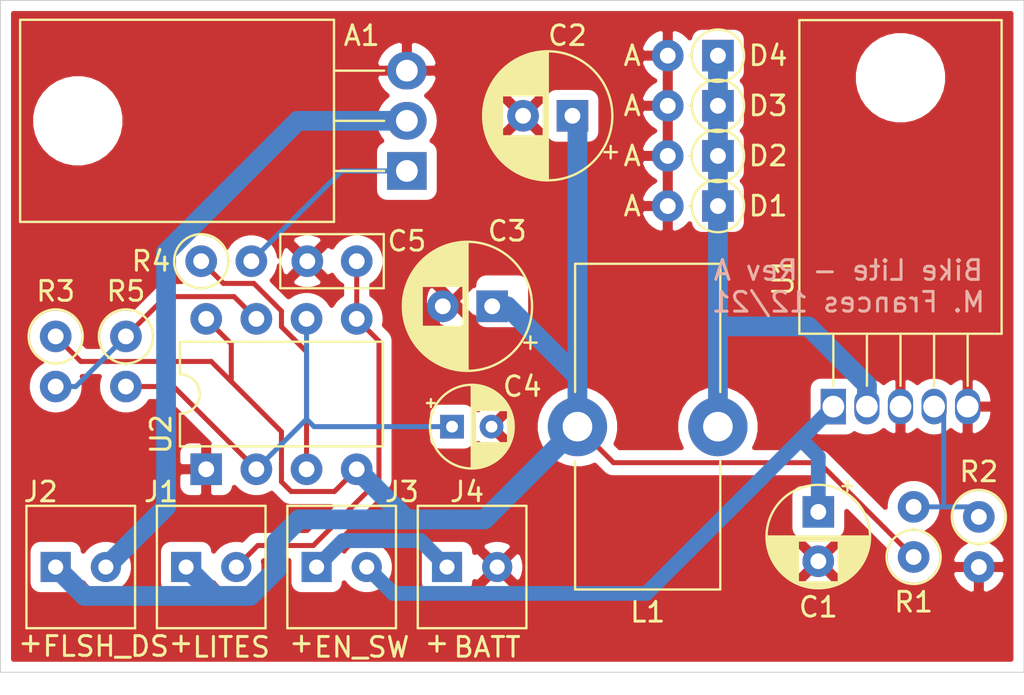
<source format=kicad_pcb>
(kicad_pcb (version 20171130) (host pcbnew 5.1.10-88a1d61d58~90~ubuntu20.04.1)

  (general
    (thickness 1.6)
    (drawings 17)
    (tracks 83)
    (zones 0)
    (modules 22)
    (nets 13)
  )

  (page A4)
  (title_block
    (title "Bike Lite")
    (date 2021-12-29)
    (rev A)
    (comment 4 "Designer: Matthew Frances")
  )

  (layers
    (0 F.Cu signal)
    (31 B.Cu signal)
    (32 B.Adhes user)
    (33 F.Adhes user)
    (34 B.Paste user)
    (35 F.Paste user)
    (36 B.SilkS user)
    (37 F.SilkS user)
    (38 B.Mask user)
    (39 F.Mask user)
    (40 Dwgs.User user)
    (41 Cmts.User user)
    (42 Eco1.User user)
    (43 Eco2.User user)
    (44 Edge.Cuts user)
    (45 Margin user)
    (46 B.CrtYd user)
    (47 F.CrtYd user)
    (48 B.Fab user)
    (49 F.Fab user)
  )

  (setup
    (last_trace_width 1)
    (user_trace_width 0.254)
    (user_trace_width 1)
    (trace_clearance 0.2)
    (zone_clearance 0.508)
    (zone_45_only no)
    (trace_min 0.2)
    (via_size 0.8)
    (via_drill 0.4)
    (via_min_size 0.4)
    (via_min_drill 0.3)
    (uvia_size 0.3)
    (uvia_drill 0.1)
    (uvias_allowed no)
    (uvia_min_size 0.2)
    (uvia_min_drill 0.1)
    (edge_width 0.05)
    (segment_width 0.2)
    (pcb_text_width 0.3)
    (pcb_text_size 1.5 1.5)
    (mod_edge_width 0.12)
    (mod_text_size 1 1)
    (mod_text_width 0.15)
    (pad_size 1.524 1.524)
    (pad_drill 0.762)
    (pad_to_mask_clearance 0)
    (aux_axis_origin 0 0)
    (visible_elements FFFFFF7F)
    (pcbplotparams
      (layerselection 0x010fc_ffffffff)
      (usegerberextensions false)
      (usegerberattributes true)
      (usegerberadvancedattributes true)
      (creategerberjobfile true)
      (excludeedgelayer true)
      (linewidth 0.100000)
      (plotframeref false)
      (viasonmask false)
      (mode 1)
      (useauxorigin false)
      (hpglpennumber 1)
      (hpglpenspeed 20)
      (hpglpendiameter 15.000000)
      (psnegative false)
      (psa4output false)
      (plotreference true)
      (plotvalue true)
      (plotinvisibletext false)
      (padsonsilk false)
      (subtractmaskfromsilk false)
      (outputformat 1)
      (mirror false)
      (drillshape 1)
      (scaleselection 1)
      (outputdirectory ""))
  )

  (net 0 "")
  (net 1 GND)
  (net 2 LITE-)
  (net 3 "Net-(A1-Pad1)")
  (net 4 V_in)
  (net 5 V_out)
  (net 6 "Net-(C4-Pad1)")
  (net 7 FLSH_DSBL)
  (net 8 "Net-(D1-Pad1)")
  (net 9 BATT_IN)
  (net 10 FB)
  (net 11 "Net-(R3-Pad2)")
  (net 12 "Net-(R4-Pad1)")

  (net_class Default "This is the default net class."
    (clearance 0.2)
    (trace_width 0.25)
    (via_dia 0.8)
    (via_drill 0.4)
    (uvia_dia 0.3)
    (uvia_drill 0.1)
    (add_net FB)
    (add_net FLSH_DSBL)
    (add_net "Net-(A1-Pad1)")
    (add_net "Net-(C4-Pad1)")
    (add_net "Net-(R3-Pad2)")
    (add_net "Net-(R4-Pad1)")
  )

  (net_class PWR ""
    (clearance 0.2)
    (trace_width 0.75)
    (via_dia 0.8)
    (via_drill 0.4)
    (uvia_dia 0.3)
    (uvia_drill 0.1)
    (add_net BATT_IN)
    (add_net GND)
    (add_net LITE-)
    (add_net "Net-(D1-Pad1)")
    (add_net V_in)
    (add_net V_out)
  )

  (module Resistor_THT:R_Axial_DIN0207_L6.3mm_D2.5mm_P2.54mm_Vertical (layer F.Cu) (tedit 5AE5139B) (tstamp 61CD0398)
    (at 136.144 96.012)
    (descr "Resistor, Axial_DIN0207 series, Axial, Vertical, pin pitch=2.54mm, 0.25W = 1/4W, length*diameter=6.3*2.5mm^2, http://cdn-reichelt.de/documents/datenblatt/B400/1_4W%23YAG.pdf")
    (tags "Resistor Axial_DIN0207 series Axial Vertical pin pitch 2.54mm 0.25W = 1/4W length 6.3mm diameter 2.5mm")
    (path /614006DC)
    (fp_text reference R4 (at -2.54 0) (layer F.SilkS)
      (effects (font (size 1 1) (thickness 0.15)))
    )
    (fp_text value 10k (at -5.08 0) (layer F.Fab)
      (effects (font (size 1 1) (thickness 0.15)))
    )
    (fp_text user %R (at -2.54 0) (layer F.Fab)
      (effects (font (size 1 1) (thickness 0.15)))
    )
    (fp_circle (center 0 0) (end 1.25 0) (layer F.Fab) (width 0.1))
    (fp_circle (center 0 0) (end 1.37 0) (layer F.SilkS) (width 0.12))
    (fp_line (start 0 0) (end 2.54 0) (layer F.Fab) (width 0.1))
    (fp_line (start 1.37 0) (end 1.44 0) (layer F.SilkS) (width 0.12))
    (fp_line (start -1.5 -1.5) (end -1.5 1.5) (layer F.CrtYd) (width 0.05))
    (fp_line (start -1.5 1.5) (end 3.59 1.5) (layer F.CrtYd) (width 0.05))
    (fp_line (start 3.59 1.5) (end 3.59 -1.5) (layer F.CrtYd) (width 0.05))
    (fp_line (start 3.59 -1.5) (end -1.5 -1.5) (layer F.CrtYd) (width 0.05))
    (pad 2 thru_hole oval (at 2.54 0) (size 1.6 1.6) (drill 0.8) (layers *.Cu *.Mask)
      (net 3 "Net-(A1-Pad1)"))
    (pad 1 thru_hole circle (at 0 0) (size 1.6 1.6) (drill 0.8) (layers *.Cu *.Mask)
      (net 12 "Net-(R4-Pad1)"))
    (model ${KISYS3DMOD}/Resistor_THT.3dshapes/R_Axial_DIN0207_L6.3mm_D2.5mm_P2.54mm_Vertical.wrl
      (at (xyz 0 0 0))
      (scale (xyz 1 1 1))
      (rotate (xyz 0 0 0))
    )
  )

  (module Diode_THT:D_DO-35_SOD27_P2.54mm_Vertical_AnodeUp (layer F.Cu) (tedit 5AE50CD5) (tstamp 61CD08A1)
    (at 162.306 85.598 180)
    (descr "Diode, DO-35_SOD27 series, Axial, Vertical, pin pitch=2.54mm, , length*diameter=4*2mm^2, , http://www.diodes.com/_files/packages/DO-35.pdf")
    (tags "Diode DO-35_SOD27 series Axial Vertical pin pitch 2.54mm  length 4mm diameter 2mm")
    (path /6141CA7F)
    (fp_text reference D4 (at -2.54 0) (layer F.SilkS)
      (effects (font (size 1 1) (thickness 0.15)))
    )
    (fp_text value D (at 4.318 0) (layer F.Fab)
      (effects (font (size 1 1) (thickness 0.15)))
    )
    (fp_line (start 3.59 -1.25) (end -1.25 -1.25) (layer F.CrtYd) (width 0.05))
    (fp_line (start 3.59 1.25) (end 3.59 -1.25) (layer F.CrtYd) (width 0.05))
    (fp_line (start -1.25 1.25) (end 3.59 1.25) (layer F.CrtYd) (width 0.05))
    (fp_line (start -1.25 -1.25) (end -1.25 1.25) (layer F.CrtYd) (width 0.05))
    (fp_line (start 1.326371 0) (end 1.44 0) (layer F.SilkS) (width 0.12))
    (fp_line (start 0 0) (end 2.54 0) (layer F.Fab) (width 0.1))
    (fp_circle (center 0 0) (end 1.326371 0) (layer F.SilkS) (width 0.12))
    (fp_circle (center 0 0) (end 1 0) (layer F.Fab) (width 0.1))
    (fp_text user %R (at -2.54 0) (layer F.Fab)
      (effects (font (size 1 1) (thickness 0.15)))
    )
    (fp_text user A (at 4.34 0) (layer F.Fab)
      (effects (font (size 1 1) (thickness 0.15)))
    )
    (fp_text user A (at 4.34 0) (layer F.SilkS)
      (effects (font (size 1 1) (thickness 0.15)))
    )
    (pad 1 thru_hole rect (at 0 0 180) (size 1.6 1.6) (drill 0.8) (layers *.Cu *.Mask)
      (net 8 "Net-(D1-Pad1)"))
    (pad 2 thru_hole oval (at 2.54 0 180) (size 1.6 1.6) (drill 0.8) (layers *.Cu *.Mask)
      (net 1 GND))
    (model ${KISYS3DMOD}/Diode_THT.3dshapes/D_DO-35_SOD27_P2.54mm_Vertical_AnodeUp.wrl
      (at (xyz 0 0 0))
      (scale (xyz 1 1 1))
      (rotate (xyz 0 0 0))
    )
  )

  (module Diode_THT:D_DO-35_SOD27_P2.54mm_Vertical_AnodeUp (layer F.Cu) (tedit 5AE50CD5) (tstamp 61CD05EC)
    (at 162.306 88.138 180)
    (descr "Diode, DO-35_SOD27 series, Axial, Vertical, pin pitch=2.54mm, , length*diameter=4*2mm^2, , http://www.diodes.com/_files/packages/DO-35.pdf")
    (tags "Diode DO-35_SOD27 series Axial Vertical pin pitch 2.54mm  length 4mm diameter 2mm")
    (path /6141C230)
    (fp_text reference D3 (at -2.54 0) (layer F.SilkS)
      (effects (font (size 1 1) (thickness 0.15)))
    )
    (fp_text value D (at 4.318 0) (layer F.Fab)
      (effects (font (size 1 1) (thickness 0.15)))
    )
    (fp_line (start 3.59 -1.25) (end -1.25 -1.25) (layer F.CrtYd) (width 0.05))
    (fp_line (start 3.59 1.25) (end 3.59 -1.25) (layer F.CrtYd) (width 0.05))
    (fp_line (start -1.25 1.25) (end 3.59 1.25) (layer F.CrtYd) (width 0.05))
    (fp_line (start -1.25 -1.25) (end -1.25 1.25) (layer F.CrtYd) (width 0.05))
    (fp_line (start 1.326371 0) (end 1.44 0) (layer F.SilkS) (width 0.12))
    (fp_line (start 0 0) (end 2.54 0) (layer F.Fab) (width 0.1))
    (fp_circle (center 0 0) (end 1.326371 0) (layer F.SilkS) (width 0.12))
    (fp_circle (center 0 0) (end 1 0) (layer F.Fab) (width 0.1))
    (fp_text user %R (at -2.54 0) (layer F.Fab)
      (effects (font (size 1 1) (thickness 0.15)))
    )
    (fp_text user A (at 4.34 0) (layer F.Fab)
      (effects (font (size 1 1) (thickness 0.15)))
    )
    (fp_text user A (at 4.34 0) (layer F.SilkS)
      (effects (font (size 1 1) (thickness 0.15)))
    )
    (pad 1 thru_hole rect (at 0 0 180) (size 1.6 1.6) (drill 0.8) (layers *.Cu *.Mask)
      (net 8 "Net-(D1-Pad1)"))
    (pad 2 thru_hole oval (at 2.54 0 180) (size 1.6 1.6) (drill 0.8) (layers *.Cu *.Mask)
      (net 1 GND))
    (model ${KISYS3DMOD}/Diode_THT.3dshapes/D_DO-35_SOD27_P2.54mm_Vertical_AnodeUp.wrl
      (at (xyz 0 0 0))
      (scale (xyz 1 1 1))
      (rotate (xyz 0 0 0))
    )
  )

  (module Diode_THT:D_DO-35_SOD27_P2.54mm_Vertical_AnodeUp (layer F.Cu) (tedit 5AE50CD5) (tstamp 61CD0E4D)
    (at 162.306 90.678 180)
    (descr "Diode, DO-35_SOD27 series, Axial, Vertical, pin pitch=2.54mm, , length*diameter=4*2mm^2, , http://www.diodes.com/_files/packages/DO-35.pdf")
    (tags "Diode DO-35_SOD27 series Axial Vertical pin pitch 2.54mm  length 4mm diameter 2mm")
    (path /61410236)
    (fp_text reference D2 (at -2.54 0) (layer F.SilkS)
      (effects (font (size 1 1) (thickness 0.15)))
    )
    (fp_text value D (at 4.318 0) (layer F.Fab)
      (effects (font (size 1 1) (thickness 0.15)))
    )
    (fp_line (start 3.59 -1.25) (end -1.25 -1.25) (layer F.CrtYd) (width 0.05))
    (fp_line (start 3.59 1.25) (end 3.59 -1.25) (layer F.CrtYd) (width 0.05))
    (fp_line (start -1.25 1.25) (end 3.59 1.25) (layer F.CrtYd) (width 0.05))
    (fp_line (start -1.25 -1.25) (end -1.25 1.25) (layer F.CrtYd) (width 0.05))
    (fp_line (start 1.326371 0) (end 1.44 0) (layer F.SilkS) (width 0.12))
    (fp_line (start 0 0) (end 2.54 0) (layer F.Fab) (width 0.1))
    (fp_circle (center 0 0) (end 1.326371 0) (layer F.SilkS) (width 0.12))
    (fp_circle (center 0 0) (end 1 0) (layer F.Fab) (width 0.1))
    (fp_text user %R (at -2.54 0) (layer F.Fab)
      (effects (font (size 1 1) (thickness 0.15)))
    )
    (fp_text user A (at 4.34 0) (layer F.Fab)
      (effects (font (size 1 1) (thickness 0.15)))
    )
    (fp_text user A (at 4.34 0) (layer F.SilkS)
      (effects (font (size 1 1) (thickness 0.15)))
    )
    (pad 1 thru_hole rect (at 0 0 180) (size 1.6 1.6) (drill 0.8) (layers *.Cu *.Mask)
      (net 8 "Net-(D1-Pad1)"))
    (pad 2 thru_hole oval (at 2.54 0 180) (size 1.6 1.6) (drill 0.8) (layers *.Cu *.Mask)
      (net 1 GND))
    (model ${KISYS3DMOD}/Diode_THT.3dshapes/D_DO-35_SOD27_P2.54mm_Vertical_AnodeUp.wrl
      (at (xyz 0 0 0))
      (scale (xyz 1 1 1))
      (rotate (xyz 0 0 0))
    )
  )

  (module Diode_THT:D_DO-35_SOD27_P2.54mm_Vertical_AnodeUp (layer F.Cu) (tedit 5AE50CD5) (tstamp 61CD0367)
    (at 162.306 93.218 180)
    (descr "Diode, DO-35_SOD27 series, Axial, Vertical, pin pitch=2.54mm, , length*diameter=4*2mm^2, , http://www.diodes.com/_files/packages/DO-35.pdf")
    (tags "Diode DO-35_SOD27 series Axial Vertical pin pitch 2.54mm  length 4mm diameter 2mm")
    (path /6139A9FD)
    (fp_text reference D1 (at -2.54 0) (layer F.SilkS)
      (effects (font (size 1 1) (thickness 0.15)))
    )
    (fp_text value D (at 4.318 0) (layer F.Fab)
      (effects (font (size 1 1) (thickness 0.15)))
    )
    (fp_line (start 3.59 -1.25) (end -1.25 -1.25) (layer F.CrtYd) (width 0.05))
    (fp_line (start 3.59 1.25) (end 3.59 -1.25) (layer F.CrtYd) (width 0.05))
    (fp_line (start -1.25 1.25) (end 3.59 1.25) (layer F.CrtYd) (width 0.05))
    (fp_line (start -1.25 -1.25) (end -1.25 1.25) (layer F.CrtYd) (width 0.05))
    (fp_line (start 1.326371 0) (end 1.44 0) (layer F.SilkS) (width 0.12))
    (fp_line (start 0 0) (end 2.54 0) (layer F.Fab) (width 0.1))
    (fp_circle (center 0 0) (end 1.326371 0) (layer F.SilkS) (width 0.12))
    (fp_circle (center 0 0) (end 1 0) (layer F.Fab) (width 0.1))
    (fp_text user %R (at -2.54 0) (layer F.Fab)
      (effects (font (size 1 1) (thickness 0.15)))
    )
    (fp_text user A (at 4.34 0) (layer F.Fab)
      (effects (font (size 1 1) (thickness 0.15)))
    )
    (fp_text user A (at 4.34 0) (layer F.SilkS)
      (effects (font (size 1 1) (thickness 0.15)))
    )
    (pad 1 thru_hole rect (at 0 0 180) (size 1.6 1.6) (drill 0.8) (layers *.Cu *.Mask)
      (net 8 "Net-(D1-Pad1)"))
    (pad 2 thru_hole oval (at 2.54 0 180) (size 1.6 1.6) (drill 0.8) (layers *.Cu *.Mask)
      (net 1 GND))
    (model ${KISYS3DMOD}/Diode_THT.3dshapes/D_DO-35_SOD27_P2.54mm_Vertical_AnodeUp.wrl
      (at (xyz 0 0 0))
      (scale (xyz 1 1 1))
      (rotate (xyz 0 0 0))
    )
  )

  (module Package_DIP:DIP-8_W7.62mm (layer F.Cu) (tedit 5A02E8C5) (tstamp 61CD0855)
    (at 136.398 106.553 90)
    (descr "8-lead though-hole mounted DIP package, row spacing 7.62 mm (300 mils)")
    (tags "THT DIP DIL PDIP 2.54mm 7.62mm 300mil")
    (path /613E6080)
    (fp_text reference U2 (at 1.778 -2.286 90) (layer F.SilkS)
      (effects (font (size 1 1) (thickness 0.15)))
    )
    (fp_text value NE555P (at 3.81 9.95 90) (layer F.Fab)
      (effects (font (size 1 1) (thickness 0.15)))
    )
    (fp_text user %R (at 3.81 3.81 90) (layer F.Fab)
      (effects (font (size 1 1) (thickness 0.15)))
    )
    (fp_arc (start 3.81 -1.33) (end 2.81 -1.33) (angle -180) (layer F.SilkS) (width 0.12))
    (fp_line (start 1.635 -1.27) (end 6.985 -1.27) (layer F.Fab) (width 0.1))
    (fp_line (start 6.985 -1.27) (end 6.985 8.89) (layer F.Fab) (width 0.1))
    (fp_line (start 6.985 8.89) (end 0.635 8.89) (layer F.Fab) (width 0.1))
    (fp_line (start 0.635 8.89) (end 0.635 -0.27) (layer F.Fab) (width 0.1))
    (fp_line (start 0.635 -0.27) (end 1.635 -1.27) (layer F.Fab) (width 0.1))
    (fp_line (start 2.81 -1.33) (end 1.16 -1.33) (layer F.SilkS) (width 0.12))
    (fp_line (start 1.16 -1.33) (end 1.16 8.95) (layer F.SilkS) (width 0.12))
    (fp_line (start 1.16 8.95) (end 6.46 8.95) (layer F.SilkS) (width 0.12))
    (fp_line (start 6.46 8.95) (end 6.46 -1.33) (layer F.SilkS) (width 0.12))
    (fp_line (start 6.46 -1.33) (end 4.81 -1.33) (layer F.SilkS) (width 0.12))
    (fp_line (start -1.1 -1.55) (end -1.1 9.15) (layer F.CrtYd) (width 0.05))
    (fp_line (start -1.1 9.15) (end 8.7 9.15) (layer F.CrtYd) (width 0.05))
    (fp_line (start 8.7 9.15) (end 8.7 -1.55) (layer F.CrtYd) (width 0.05))
    (fp_line (start 8.7 -1.55) (end -1.1 -1.55) (layer F.CrtYd) (width 0.05))
    (pad 8 thru_hole oval (at 7.62 0 90) (size 1.6 1.6) (drill 0.8) (layers *.Cu *.Mask)
      (net 5 V_out))
    (pad 4 thru_hole oval (at 0 7.62 90) (size 1.6 1.6) (drill 0.8) (layers *.Cu *.Mask)
      (net 5 V_out))
    (pad 7 thru_hole oval (at 7.62 2.54 90) (size 1.6 1.6) (drill 0.8) (layers *.Cu *.Mask)
      (net 11 "Net-(R3-Pad2)"))
    (pad 3 thru_hole oval (at 0 5.08 90) (size 1.6 1.6) (drill 0.8) (layers *.Cu *.Mask)
      (net 12 "Net-(R4-Pad1)"))
    (pad 6 thru_hole oval (at 7.62 5.08 90) (size 1.6 1.6) (drill 0.8) (layers *.Cu *.Mask)
      (net 6 "Net-(C4-Pad1)"))
    (pad 2 thru_hole oval (at 0 2.54 90) (size 1.6 1.6) (drill 0.8) (layers *.Cu *.Mask)
      (net 6 "Net-(C4-Pad1)"))
    (pad 5 thru_hole oval (at 7.62 7.62 90) (size 1.6 1.6) (drill 0.8) (layers *.Cu *.Mask)
      (net 7 FLSH_DSBL))
    (pad 1 thru_hole rect (at 0 0 90) (size 1.6 1.6) (drill 0.8) (layers *.Cu *.Mask)
      (net 1 GND))
    (model ${KISYS3DMOD}/Package_DIP.3dshapes/DIP-8_W7.62mm.wrl
      (at (xyz 0 0 0))
      (scale (xyz 1 1 1))
      (rotate (xyz 0 0 0))
    )
  )

  (module Package_TO_SOT_THT:TO-220-5_Horizontal_TabDown (layer F.Cu) (tedit 5AD11EBF) (tstamp 61CD0712)
    (at 168.148 103.378)
    (descr "TO-220-5, Horizontal, RM 1.7mm, Pentawatt, Multiwatt-5, see http://www.analog.com/media/en/package-pcb-resources/package/pkg_pdf/ltc-legacy-to-220/to-220_5_05-08-1421_straight_lead.pdf")
    (tags "TO-220-5 Horizontal RM 1.7mm Pentawatt Multiwatt-5")
    (path /6139728E)
    (fp_text reference U1 (at -2.54 -6.604 90) (layer F.SilkS)
      (effects (font (size 1 1) (thickness 0.15)))
    )
    (fp_text value LM2576HVT-ADJ (at 3.4 1.9) (layer F.Fab)
      (effects (font (size 1 1) (thickness 0.15)))
    )
    (fp_text user %R (at -2.54 -6.604 90) (layer F.Fab)
      (effects (font (size 1 1) (thickness 0.15)))
    )
    (fp_circle (center 3.4 -16.66) (end 5.25 -16.66) (layer F.Fab) (width 0.1))
    (fp_line (start -1.6 -13.06) (end -1.6 -19.46) (layer F.Fab) (width 0.1))
    (fp_line (start -1.6 -19.46) (end 8.4 -19.46) (layer F.Fab) (width 0.1))
    (fp_line (start 8.4 -19.46) (end 8.4 -13.06) (layer F.Fab) (width 0.1))
    (fp_line (start 8.4 -13.06) (end -1.6 -13.06) (layer F.Fab) (width 0.1))
    (fp_line (start -1.6 -3.81) (end -1.6 -13.06) (layer F.Fab) (width 0.1))
    (fp_line (start -1.6 -13.06) (end 8.4 -13.06) (layer F.Fab) (width 0.1))
    (fp_line (start 8.4 -13.06) (end 8.4 -3.81) (layer F.Fab) (width 0.1))
    (fp_line (start 8.4 -3.81) (end -1.6 -3.81) (layer F.Fab) (width 0.1))
    (fp_line (start 0 -3.81) (end 0 0) (layer F.Fab) (width 0.1))
    (fp_line (start 1.7 -3.81) (end 1.7 0) (layer F.Fab) (width 0.1))
    (fp_line (start 3.4 -3.81) (end 3.4 0) (layer F.Fab) (width 0.1))
    (fp_line (start 5.1 -3.81) (end 5.1 0) (layer F.Fab) (width 0.1))
    (fp_line (start 6.8 -3.81) (end 6.8 0) (layer F.Fab) (width 0.1))
    (fp_line (start -1.721 -3.69) (end 8.52 -3.69) (layer F.SilkS) (width 0.12))
    (fp_line (start -1.721 -19.58) (end 8.52 -19.58) (layer F.SilkS) (width 0.12))
    (fp_line (start -1.721 -19.58) (end -1.721 -3.69) (layer F.SilkS) (width 0.12))
    (fp_line (start 8.52 -19.58) (end 8.52 -3.69) (layer F.SilkS) (width 0.12))
    (fp_line (start 0 -3.69) (end 0 -1.05) (layer F.SilkS) (width 0.12))
    (fp_line (start 1.7 -3.69) (end 1.7 -1.05) (layer F.SilkS) (width 0.12))
    (fp_line (start 3.4 -3.69) (end 3.4 -1.05) (layer F.SilkS) (width 0.12))
    (fp_line (start 5.1 -3.69) (end 5.1 -1.05) (layer F.SilkS) (width 0.12))
    (fp_line (start 6.8 -3.69) (end 6.8 -1.05) (layer F.SilkS) (width 0.12))
    (fp_line (start -1.85 -19.71) (end -1.85 1.15) (layer F.CrtYd) (width 0.05))
    (fp_line (start -1.85 1.15) (end 8.65 1.15) (layer F.CrtYd) (width 0.05))
    (fp_line (start 8.65 1.15) (end 8.65 -19.71) (layer F.CrtYd) (width 0.05))
    (fp_line (start 8.65 -19.71) (end -1.85 -19.71) (layer F.CrtYd) (width 0.05))
    (pad 5 thru_hole oval (at 6.8 0) (size 1.275 1.8) (drill 1.1) (layers *.Cu *.Mask)
      (net 1 GND))
    (pad 4 thru_hole oval (at 5.1 0) (size 1.275 1.8) (drill 1.1) (layers *.Cu *.Mask)
      (net 10 FB))
    (pad 3 thru_hole oval (at 3.4 0) (size 1.275 1.8) (drill 1.1) (layers *.Cu *.Mask)
      (net 1 GND))
    (pad 2 thru_hole oval (at 1.7 0) (size 1.275 1.8) (drill 1.1) (layers *.Cu *.Mask)
      (net 8 "Net-(D1-Pad1)"))
    (pad 1 thru_hole rect (at 0 0) (size 1.275 1.8) (drill 1.1) (layers *.Cu *.Mask)
      (net 4 V_in))
    (pad "" np_thru_hole oval (at 3.4 -16.66) (size 3.5 3.5) (drill 3.5) (layers *.Cu *.Mask))
    (model ${KISYS3DMOD}/Package_TO_SOT_THT.3dshapes/TO-220-5_Horizontal_TabDown.wrl
      (at (xyz 0 0 0))
      (scale (xyz 1 1 1))
      (rotate (xyz 0 0 0))
    )
  )

  (module Resistor_THT:R_Axial_DIN0207_L6.3mm_D2.5mm_P2.54mm_Vertical (layer F.Cu) (tedit 5AE5139B) (tstamp 61CD061D)
    (at 132.334 99.822 270)
    (descr "Resistor, Axial_DIN0207 series, Axial, Vertical, pin pitch=2.54mm, 0.25W = 1/4W, length*diameter=6.3*2.5mm^2, http://cdn-reichelt.de/documents/datenblatt/B400/1_4W%23YAG.pdf")
    (tags "Resistor Axial_DIN0207 series Axial Vertical pin pitch 2.54mm 0.25W = 1/4W length 6.3mm diameter 2.5mm")
    (path /613BAA8E)
    (fp_text reference R5 (at -2.286 0 180) (layer F.SilkS)
      (effects (font (size 1 1) (thickness 0.15)))
    )
    (fp_text value 100k (at 4.572 0.254 180) (layer F.Fab)
      (effects (font (size 1 1) (thickness 0.15)))
    )
    (fp_text user %R (at -2.286 0 180) (layer F.Fab)
      (effects (font (size 1 1) (thickness 0.15)))
    )
    (fp_circle (center 0 0) (end 1.25 0) (layer F.Fab) (width 0.1))
    (fp_circle (center 0 0) (end 1.37 0) (layer F.SilkS) (width 0.12))
    (fp_line (start 0 0) (end 2.54 0) (layer F.Fab) (width 0.1))
    (fp_line (start 1.37 0) (end 1.44 0) (layer F.SilkS) (width 0.12))
    (fp_line (start -1.5 -1.5) (end -1.5 1.5) (layer F.CrtYd) (width 0.05))
    (fp_line (start -1.5 1.5) (end 3.59 1.5) (layer F.CrtYd) (width 0.05))
    (fp_line (start 3.59 1.5) (end 3.59 -1.5) (layer F.CrtYd) (width 0.05))
    (fp_line (start 3.59 -1.5) (end -1.5 -1.5) (layer F.CrtYd) (width 0.05))
    (pad 2 thru_hole oval (at 2.54 0 270) (size 1.6 1.6) (drill 0.8) (layers *.Cu *.Mask)
      (net 6 "Net-(C4-Pad1)"))
    (pad 1 thru_hole circle (at 0 0 270) (size 1.6 1.6) (drill 0.8) (layers *.Cu *.Mask)
      (net 11 "Net-(R3-Pad2)"))
    (model ${KISYS3DMOD}/Resistor_THT.3dshapes/R_Axial_DIN0207_L6.3mm_D2.5mm_P2.54mm_Vertical.wrl
      (at (xyz 0 0 0))
      (scale (xyz 1 1 1))
      (rotate (xyz 0 0 0))
    )
  )

  (module Resistor_THT:R_Axial_DIN0207_L6.3mm_D2.5mm_P2.54mm_Vertical (layer F.Cu) (tedit 5AE5139B) (tstamp 61CD076A)
    (at 128.778 99.822 270)
    (descr "Resistor, Axial_DIN0207 series, Axial, Vertical, pin pitch=2.54mm, 0.25W = 1/4W, length*diameter=6.3*2.5mm^2, http://cdn-reichelt.de/documents/datenblatt/B400/1_4W%23YAG.pdf")
    (tags "Resistor Axial_DIN0207 series Axial Vertical pin pitch 2.54mm 0.25W = 1/4W length 6.3mm diameter 2.5mm")
    (path /613BC158)
    (fp_text reference R3 (at -2.286 0) (layer F.SilkS)
      (effects (font (size 1 1) (thickness 0.15)))
    )
    (fp_text value 10k (at 4.572 0.508 180) (layer F.Fab)
      (effects (font (size 1 1) (thickness 0.15)))
    )
    (fp_text user %R (at -2.286 0 180) (layer F.Fab)
      (effects (font (size 1 1) (thickness 0.15)))
    )
    (fp_circle (center 0 0) (end 1.25 0) (layer F.Fab) (width 0.1))
    (fp_circle (center 0 0) (end 1.37 0) (layer F.SilkS) (width 0.12))
    (fp_line (start 0 0) (end 2.54 0) (layer F.Fab) (width 0.1))
    (fp_line (start 1.37 0) (end 1.44 0) (layer F.SilkS) (width 0.12))
    (fp_line (start -1.5 -1.5) (end -1.5 1.5) (layer F.CrtYd) (width 0.05))
    (fp_line (start -1.5 1.5) (end 3.59 1.5) (layer F.CrtYd) (width 0.05))
    (fp_line (start 3.59 1.5) (end 3.59 -1.5) (layer F.CrtYd) (width 0.05))
    (fp_line (start 3.59 -1.5) (end -1.5 -1.5) (layer F.CrtYd) (width 0.05))
    (pad 2 thru_hole oval (at 2.54 0 270) (size 1.6 1.6) (drill 0.8) (layers *.Cu *.Mask)
      (net 11 "Net-(R3-Pad2)"))
    (pad 1 thru_hole circle (at 0 0 270) (size 1.6 1.6) (drill 0.8) (layers *.Cu *.Mask)
      (net 5 V_out))
    (model ${KISYS3DMOD}/Resistor_THT.3dshapes/R_Axial_DIN0207_L6.3mm_D2.5mm_P2.54mm_Vertical.wrl
      (at (xyz 0 0 0))
      (scale (xyz 1 1 1))
      (rotate (xyz 0 0 0))
    )
  )

  (module Resistor_THT:R_Axial_DIN0207_L6.3mm_D2.5mm_P2.54mm_Vertical (layer F.Cu) (tedit 5AE5139B) (tstamp 61CD0677)
    (at 175.514 108.966 270)
    (descr "Resistor, Axial_DIN0207 series, Axial, Vertical, pin pitch=2.54mm, 0.25W = 1/4W, length*diameter=6.3*2.5mm^2, http://cdn-reichelt.de/documents/datenblatt/B400/1_4W%23YAG.pdf")
    (tags "Resistor Axial_DIN0207 series Axial Vertical pin pitch 2.54mm 0.25W = 1/4W length 6.3mm diameter 2.5mm")
    (path /6139F765)
    (fp_text reference R2 (at -2.286 0 180) (layer F.SilkS)
      (effects (font (size 1 1) (thickness 0.15)))
    )
    (fp_text value 680 (at 5.842 -0.127 180) (layer F.Fab)
      (effects (font (size 1 1) (thickness 0.15)))
    )
    (fp_text user %R (at -2.286 0 180) (layer F.Fab)
      (effects (font (size 1 1) (thickness 0.15)))
    )
    (fp_circle (center 0 0) (end 1.25 0) (layer F.Fab) (width 0.1))
    (fp_circle (center 0 0) (end 1.37 0) (layer F.SilkS) (width 0.12))
    (fp_line (start 0 0) (end 2.54 0) (layer F.Fab) (width 0.1))
    (fp_line (start 1.37 0) (end 1.44 0) (layer F.SilkS) (width 0.12))
    (fp_line (start -1.5 -1.5) (end -1.5 1.5) (layer F.CrtYd) (width 0.05))
    (fp_line (start -1.5 1.5) (end 3.59 1.5) (layer F.CrtYd) (width 0.05))
    (fp_line (start 3.59 1.5) (end 3.59 -1.5) (layer F.CrtYd) (width 0.05))
    (fp_line (start 3.59 -1.5) (end -1.5 -1.5) (layer F.CrtYd) (width 0.05))
    (pad 2 thru_hole oval (at 2.54 0 270) (size 1.6 1.6) (drill 0.8) (layers *.Cu *.Mask)
      (net 1 GND))
    (pad 1 thru_hole circle (at 0 0 270) (size 1.6 1.6) (drill 0.8) (layers *.Cu *.Mask)
      (net 10 FB))
    (model ${KISYS3DMOD}/Resistor_THT.3dshapes/R_Axial_DIN0207_L6.3mm_D2.5mm_P2.54mm_Vertical.wrl
      (at (xyz 0 0 0))
      (scale (xyz 1 1 1))
      (rotate (xyz 0 0 0))
    )
  )

  (module Resistor_THT:R_Axial_DIN0207_L6.3mm_D2.5mm_P2.54mm_Vertical (layer F.Cu) (tedit 5AE5139B) (tstamp 61CD0794)
    (at 172.212 110.998 90)
    (descr "Resistor, Axial_DIN0207 series, Axial, Vertical, pin pitch=2.54mm, 0.25W = 1/4W, length*diameter=6.3*2.5mm^2, http://cdn-reichelt.de/documents/datenblatt/B400/1_4W%23YAG.pdf")
    (tags "Resistor Axial_DIN0207 series Axial Vertical pin pitch 2.54mm 0.25W = 1/4W length 6.3mm diameter 2.5mm")
    (path /6139F2E4)
    (fp_text reference R1 (at -2.286 0 180) (layer F.SilkS)
      (effects (font (size 1 1) (thickness 0.15)))
    )
    (fp_text value 2.2k (at -3.81 0.254 180) (layer F.Fab)
      (effects (font (size 1 1) (thickness 0.15)))
    )
    (fp_text user %R (at -2.286 0 180) (layer F.Fab)
      (effects (font (size 1 1) (thickness 0.15)))
    )
    (fp_circle (center 0 0) (end 1.25 0) (layer F.Fab) (width 0.1))
    (fp_circle (center 0 0) (end 1.37 0) (layer F.SilkS) (width 0.12))
    (fp_line (start 0 0) (end 2.54 0) (layer F.Fab) (width 0.1))
    (fp_line (start 1.37 0) (end 1.44 0) (layer F.SilkS) (width 0.12))
    (fp_line (start -1.5 -1.5) (end -1.5 1.5) (layer F.CrtYd) (width 0.05))
    (fp_line (start -1.5 1.5) (end 3.59 1.5) (layer F.CrtYd) (width 0.05))
    (fp_line (start 3.59 1.5) (end 3.59 -1.5) (layer F.CrtYd) (width 0.05))
    (fp_line (start 3.59 -1.5) (end -1.5 -1.5) (layer F.CrtYd) (width 0.05))
    (pad 2 thru_hole oval (at 2.54 0 90) (size 1.6 1.6) (drill 0.8) (layers *.Cu *.Mask)
      (net 10 FB))
    (pad 1 thru_hole circle (at 0 0 90) (size 1.6 1.6) (drill 0.8) (layers *.Cu *.Mask)
      (net 5 V_out))
    (model ${KISYS3DMOD}/Resistor_THT.3dshapes/R_Axial_DIN0207_L6.3mm_D2.5mm_P2.54mm_Vertical.wrl
      (at (xyz 0 0 0))
      (scale (xyz 1 1 1))
      (rotate (xyz 0 0 0))
    )
  )

  (module Inductor_THT:L_Toroid_Vertical_L16.3mm_W7.1mm_P7.11mm_Pulse_H (layer F.Cu) (tedit 5AE59B06) (tstamp 61CD07D1)
    (at 155.194 104.394 90)
    (descr "L_Toroid, Vertical series, Radial, pin pitch=7.11mm, , length*width=16.26*7.11mm^2, Pulse, H, http://datasheet.octopart.com/PE-92112KNL-Pulse-datasheet-17853305.pdf")
    (tags "L_Toroid Vertical series Radial pin pitch 7.11mm  length 16.26mm width 7.11mm Pulse H")
    (path /61397E8A)
    (fp_text reference L1 (at -9.398 3.556 180) (layer F.SilkS)
      (effects (font (size 1 1) (thickness 0.15)))
    )
    (fp_text value 100uH (at -9.398 6.858 180) (layer F.Fab)
      (effects (font (size 1 1) (thickness 0.15)))
    )
    (fp_text user %R (at 3.555 0 90) (layer F.Fab)
      (effects (font (size 1 1) (thickness 0.15)))
    )
    (fp_line (start -8.13 0) (end -8.13 7.11) (layer F.Fab) (width 0.1))
    (fp_line (start -8.13 7.11) (end 8.13 7.11) (layer F.Fab) (width 0.1))
    (fp_line (start 8.13 7.11) (end 8.13 0) (layer F.Fab) (width 0.1))
    (fp_line (start 8.13 0) (end -8.13 0) (layer F.Fab) (width 0.1))
    (fp_line (start -8.13 0) (end -7.317 7.11) (layer F.Fab) (width 0.1))
    (fp_line (start -6.504 0) (end -5.691 7.11) (layer F.Fab) (width 0.1))
    (fp_line (start -4.878 0) (end -4.065 7.11) (layer F.Fab) (width 0.1))
    (fp_line (start -3.252 0) (end -2.439 7.11) (layer F.Fab) (width 0.1))
    (fp_line (start -1.626 0) (end -0.813 7.11) (layer F.Fab) (width 0.1))
    (fp_line (start 0 0) (end 0.813 7.11) (layer F.Fab) (width 0.1))
    (fp_line (start 1.626 0) (end 2.439 7.11) (layer F.Fab) (width 0.1))
    (fp_line (start 3.252 0) (end 4.065 7.11) (layer F.Fab) (width 0.1))
    (fp_line (start 4.878 0) (end 5.691 7.11) (layer F.Fab) (width 0.1))
    (fp_line (start 6.504 0) (end 7.317 7.11) (layer F.Fab) (width 0.1))
    (fp_line (start -8.25 -0.12) (end -1.755 -0.12) (layer F.SilkS) (width 0.12))
    (fp_line (start 1.755 -0.12) (end 8.25 -0.12) (layer F.SilkS) (width 0.12))
    (fp_line (start -8.25 7.23) (end -1.755 7.23) (layer F.SilkS) (width 0.12))
    (fp_line (start 1.755 7.23) (end 8.25 7.23) (layer F.SilkS) (width 0.12))
    (fp_line (start -8.25 -0.12) (end -8.25 7.23) (layer F.SilkS) (width 0.12))
    (fp_line (start 8.25 -0.12) (end 8.25 7.23) (layer F.SilkS) (width 0.12))
    (fp_line (start -8.39 -1.75) (end -8.39 8.86) (layer F.CrtYd) (width 0.05))
    (fp_line (start -8.39 8.86) (end 8.39 8.86) (layer F.CrtYd) (width 0.05))
    (fp_line (start 8.39 8.86) (end 8.39 -1.75) (layer F.CrtYd) (width 0.05))
    (fp_line (start 8.39 -1.75) (end -8.39 -1.75) (layer F.CrtYd) (width 0.05))
    (pad 2 thru_hole circle (at 0 7.11 90) (size 3 3) (drill 1.5) (layers *.Cu *.Mask)
      (net 8 "Net-(D1-Pad1)"))
    (pad 1 thru_hole circle (at 0 0 90) (size 3 3) (drill 1.5) (layers *.Cu *.Mask)
      (net 5 V_out))
    (model ${KISYS3DMOD}/Inductor_THT.3dshapes/L_Toroid_Vertical_L16.3mm_W7.1mm_P7.11mm_Pulse_H.wrl
      (at (xyz 0 0 0))
      (scale (xyz 1 1 1))
      (rotate (xyz 0 0 0))
    )
  )

  (module BikeLite:Screw_Terminal (layer F.Cu) (tedit 61CB8E48) (tstamp 61CD081C)
    (at 149.86 111.506)
    (path /613EB4BE)
    (fp_text reference J4 (at -0.254 -3.81) (layer F.SilkS)
      (effects (font (size 1 1) (thickness 0.15)))
    )
    (fp_text value Screw_Terminal_01x02 (at 2.794 5.842) (layer F.Fab) hide
      (effects (font (size 1 1) (thickness 0.15)))
    )
    (fp_text user + (at -1.778 3.81) (layer F.SilkS)
      (effects (font (size 1 1) (thickness 0.15)))
    )
    (fp_text user REF** (at 0 2.286) (layer F.Fab)
      (effects (font (size 1 1) (thickness 0.15)))
    )
    (fp_line (start 2.667 3.048) (end 2.667 -3.048) (layer F.Fab) (width 0.12))
    (fp_line (start -2.667 3.048) (end 2.667 3.048) (layer F.Fab) (width 0.12))
    (fp_line (start -2.667 -3.048) (end -2.667 3.048) (layer F.Fab) (width 0.12))
    (fp_line (start 2.667 -3.048) (end -2.667 -3.048) (layer F.Fab) (width 0.12))
    (fp_line (start -2.75 3.1) (end -2.75 -3.1) (layer F.SilkS) (width 0.12))
    (fp_line (start 2.75 -3.1) (end 2.75 3.1) (layer F.SilkS) (width 0.12))
    (fp_line (start 2.75 -3.1) (end -2.75 -3.1) (layer F.SilkS) (width 0.12))
    (fp_line (start -2.75 3.1) (end 2.75 3.1) (layer F.SilkS) (width 0.12))
    (pad 2 thru_hole circle (at 1.27 0) (size 1.524 1.524) (drill 0.762) (layers *.Cu *.Mask)
      (net 1 GND))
    (pad 1 thru_hole rect (at -1.27 0) (size 1.524 1.524) (drill 0.762) (layers *.Cu *.Mask)
      (net 9 BATT_IN))
  )

  (module BikeLite:Screw_Terminal (layer F.Cu) (tedit 61CB8E48) (tstamp 61CD06A2)
    (at 143.256 111.506)
    (path /613A272C)
    (fp_text reference J3 (at 3.048 -3.81) (layer F.SilkS)
      (effects (font (size 1 1) (thickness 0.15)))
    )
    (fp_text value Screw_Terminal_01x02 (at 1.27 8.128) (layer F.Fab) hide
      (effects (font (size 1 1) (thickness 0.15)))
    )
    (fp_text user + (at -2.032 3.81) (layer F.SilkS)
      (effects (font (size 1 1) (thickness 0.15)))
    )
    (fp_text user REF** (at 0 2.286) (layer F.Fab)
      (effects (font (size 1 1) (thickness 0.15)))
    )
    (fp_line (start 2.667 3.048) (end 2.667 -3.048) (layer F.Fab) (width 0.12))
    (fp_line (start -2.667 3.048) (end 2.667 3.048) (layer F.Fab) (width 0.12))
    (fp_line (start -2.667 -3.048) (end -2.667 3.048) (layer F.Fab) (width 0.12))
    (fp_line (start 2.667 -3.048) (end -2.667 -3.048) (layer F.Fab) (width 0.12))
    (fp_line (start -2.75 3.1) (end -2.75 -3.1) (layer F.SilkS) (width 0.12))
    (fp_line (start 2.75 -3.1) (end 2.75 3.1) (layer F.SilkS) (width 0.12))
    (fp_line (start 2.75 -3.1) (end -2.75 -3.1) (layer F.SilkS) (width 0.12))
    (fp_line (start -2.75 3.1) (end 2.75 3.1) (layer F.SilkS) (width 0.12))
    (pad 2 thru_hole circle (at 1.27 0) (size 1.524 1.524) (drill 0.762) (layers *.Cu *.Mask)
      (net 4 V_in))
    (pad 1 thru_hole rect (at -1.27 0) (size 1.524 1.524) (drill 0.762) (layers *.Cu *.Mask)
      (net 9 BATT_IN))
  )

  (module BikeLite:Screw_Terminal (layer F.Cu) (tedit 61CB8E48) (tstamp 61CD06CF)
    (at 130.048 111.506)
    (path /613A3B68)
    (fp_text reference J2 (at -2.032 -3.81) (layer F.SilkS)
      (effects (font (size 1 1) (thickness 0.15)))
    )
    (fp_text value Screw_Terminal_01x02 (at 0 -5.207) (layer F.Fab) hide
      (effects (font (size 1 1) (thickness 0.15)))
    )
    (fp_line (start -2.75 3.1) (end 2.75 3.1) (layer F.SilkS) (width 0.12))
    (fp_line (start 2.75 -3.1) (end -2.75 -3.1) (layer F.SilkS) (width 0.12))
    (fp_line (start 2.75 -3.1) (end 2.75 3.1) (layer F.SilkS) (width 0.12))
    (fp_line (start -2.75 3.1) (end -2.75 -3.1) (layer F.SilkS) (width 0.12))
    (fp_line (start 2.667 -3.048) (end -2.667 -3.048) (layer F.Fab) (width 0.12))
    (fp_line (start -2.667 -3.048) (end -2.667 3.048) (layer F.Fab) (width 0.12))
    (fp_line (start -2.667 3.048) (end 2.667 3.048) (layer F.Fab) (width 0.12))
    (fp_line (start 2.667 3.048) (end 2.667 -3.048) (layer F.Fab) (width 0.12))
    (fp_text user REF** (at 0 2.286) (layer F.Fab)
      (effects (font (size 1 1) (thickness 0.15)))
    )
    (fp_text user + (at -2.54 3.81) (layer F.SilkS)
      (effects (font (size 1 1) (thickness 0.15)))
    )
    (pad 1 thru_hole rect (at -1.27 0) (size 1.524 1.524) (drill 0.762) (layers *.Cu *.Mask)
      (net 5 V_out))
    (pad 2 thru_hole circle (at 1.27 0) (size 1.524 1.524) (drill 0.762) (layers *.Cu *.Mask)
      (net 2 LITE-))
  )

  (module BikeLite:Screw_Terminal (layer F.Cu) (tedit 61CB8E48) (tstamp 61CD0648)
    (at 136.652 111.506)
    (path /613A38C5)
    (fp_text reference J1 (at -2.54 -3.81) (layer F.SilkS)
      (effects (font (size 1 1) (thickness 0.15)))
    )
    (fp_text value Screw_Terminal_01x02 (at 0 -5.207) (layer F.Fab) hide
      (effects (font (size 1 1) (thickness 0.15)))
    )
    (fp_text user + (at -1.524 3.81) (layer F.SilkS)
      (effects (font (size 1 1) (thickness 0.15)))
    )
    (fp_text user REF** (at 0 2.286) (layer F.Fab)
      (effects (font (size 1 1) (thickness 0.15)))
    )
    (fp_line (start 2.667 3.048) (end 2.667 -3.048) (layer F.Fab) (width 0.12))
    (fp_line (start -2.667 3.048) (end 2.667 3.048) (layer F.Fab) (width 0.12))
    (fp_line (start -2.667 -3.048) (end -2.667 3.048) (layer F.Fab) (width 0.12))
    (fp_line (start 2.667 -3.048) (end -2.667 -3.048) (layer F.Fab) (width 0.12))
    (fp_line (start -2.75 3.1) (end -2.75 -3.1) (layer F.SilkS) (width 0.12))
    (fp_line (start 2.75 -3.1) (end 2.75 3.1) (layer F.SilkS) (width 0.12))
    (fp_line (start 2.75 -3.1) (end -2.75 -3.1) (layer F.SilkS) (width 0.12))
    (fp_line (start -2.75 3.1) (end 2.75 3.1) (layer F.SilkS) (width 0.12))
    (pad 2 thru_hole circle (at 1.27 0) (size 1.524 1.524) (drill 0.762) (layers *.Cu *.Mask)
      (net 7 FLSH_DSBL))
    (pad 1 thru_hole rect (at -1.27 0) (size 1.524 1.524) (drill 0.762) (layers *.Cu *.Mask)
      (net 5 V_out))
  )

  (module Capacitor_THT:C_Disc_D5.0mm_W2.5mm_P2.50mm (layer F.Cu) (tedit 5AE50EF0) (tstamp 61CD0E13)
    (at 144.018 96.012 180)
    (descr "C, Disc series, Radial, pin pitch=2.50mm, , diameter*width=5*2.5mm^2, Capacitor, http://cdn-reichelt.de/documents/datenblatt/B300/DS_KERKO_TC.pdf")
    (tags "C Disc series Radial pin pitch 2.50mm  diameter 5mm width 2.5mm Capacitor")
    (path /613B6D5D)
    (fp_text reference C5 (at -2.54 1.016) (layer F.SilkS)
      (effects (font (size 1 1) (thickness 0.15)))
    )
    (fp_text value 10nF (at -0.254 2.286) (layer F.Fab)
      (effects (font (size 1 1) (thickness 0.15)))
    )
    (fp_text user %R (at 1.25 0) (layer F.Fab)
      (effects (font (size 1 1) (thickness 0.15)))
    )
    (fp_line (start -1.25 -1.25) (end -1.25 1.25) (layer F.Fab) (width 0.1))
    (fp_line (start -1.25 1.25) (end 3.75 1.25) (layer F.Fab) (width 0.1))
    (fp_line (start 3.75 1.25) (end 3.75 -1.25) (layer F.Fab) (width 0.1))
    (fp_line (start 3.75 -1.25) (end -1.25 -1.25) (layer F.Fab) (width 0.1))
    (fp_line (start -1.37 -1.37) (end 3.87 -1.37) (layer F.SilkS) (width 0.12))
    (fp_line (start -1.37 1.37) (end 3.87 1.37) (layer F.SilkS) (width 0.12))
    (fp_line (start -1.37 -1.37) (end -1.37 1.37) (layer F.SilkS) (width 0.12))
    (fp_line (start 3.87 -1.37) (end 3.87 1.37) (layer F.SilkS) (width 0.12))
    (fp_line (start -1.5 -1.5) (end -1.5 1.5) (layer F.CrtYd) (width 0.05))
    (fp_line (start -1.5 1.5) (end 4 1.5) (layer F.CrtYd) (width 0.05))
    (fp_line (start 4 1.5) (end 4 -1.5) (layer F.CrtYd) (width 0.05))
    (fp_line (start 4 -1.5) (end -1.5 -1.5) (layer F.CrtYd) (width 0.05))
    (pad 2 thru_hole circle (at 2.5 0 180) (size 1.6 1.6) (drill 0.8) (layers *.Cu *.Mask)
      (net 1 GND))
    (pad 1 thru_hole circle (at 0 0 180) (size 1.6 1.6) (drill 0.8) (layers *.Cu *.Mask)
      (net 7 FLSH_DSBL))
    (model ${KISYS3DMOD}/Capacitor_THT.3dshapes/C_Disc_D5.0mm_W2.5mm_P2.50mm.wrl
      (at (xyz 0 0 0))
      (scale (xyz 1 1 1))
      (rotate (xyz 0 0 0))
    )
  )

  (module Capacitor_THT:CP_Radial_D4.0mm_P2.00mm (layer F.Cu) (tedit 5AE50EF0) (tstamp 61CD092F)
    (at 148.844 104.394)
    (descr "CP, Radial series, Radial, pin pitch=2.00mm, , diameter=4mm, Electrolytic Capacitor")
    (tags "CP Radial series Radial pin pitch 2.00mm  diameter 4mm Electrolytic Capacitor")
    (path /613B3C62)
    (fp_text reference C4 (at 3.556 -2.032) (layer F.SilkS)
      (effects (font (size 1 1) (thickness 0.15)))
    )
    (fp_text value 4.7uF (at 3.81 2.54) (layer F.Fab)
      (effects (font (size 1 1) (thickness 0.15)))
    )
    (fp_text user %R (at 1 0) (layer F.Fab)
      (effects (font (size 0.8 0.8) (thickness 0.12)))
    )
    (fp_circle (center 1 0) (end 3 0) (layer F.Fab) (width 0.1))
    (fp_circle (center 1 0) (end 3.12 0) (layer F.SilkS) (width 0.12))
    (fp_circle (center 1 0) (end 3.25 0) (layer F.CrtYd) (width 0.05))
    (fp_line (start -0.702554 -0.8675) (end -0.302554 -0.8675) (layer F.Fab) (width 0.1))
    (fp_line (start -0.502554 -1.0675) (end -0.502554 -0.6675) (layer F.Fab) (width 0.1))
    (fp_line (start 1 -2.08) (end 1 2.08) (layer F.SilkS) (width 0.12))
    (fp_line (start 1.04 -2.08) (end 1.04 2.08) (layer F.SilkS) (width 0.12))
    (fp_line (start 1.08 -2.079) (end 1.08 2.079) (layer F.SilkS) (width 0.12))
    (fp_line (start 1.12 -2.077) (end 1.12 2.077) (layer F.SilkS) (width 0.12))
    (fp_line (start 1.16 -2.074) (end 1.16 2.074) (layer F.SilkS) (width 0.12))
    (fp_line (start 1.2 -2.071) (end 1.2 -0.84) (layer F.SilkS) (width 0.12))
    (fp_line (start 1.2 0.84) (end 1.2 2.071) (layer F.SilkS) (width 0.12))
    (fp_line (start 1.24 -2.067) (end 1.24 -0.84) (layer F.SilkS) (width 0.12))
    (fp_line (start 1.24 0.84) (end 1.24 2.067) (layer F.SilkS) (width 0.12))
    (fp_line (start 1.28 -2.062) (end 1.28 -0.84) (layer F.SilkS) (width 0.12))
    (fp_line (start 1.28 0.84) (end 1.28 2.062) (layer F.SilkS) (width 0.12))
    (fp_line (start 1.32 -2.056) (end 1.32 -0.84) (layer F.SilkS) (width 0.12))
    (fp_line (start 1.32 0.84) (end 1.32 2.056) (layer F.SilkS) (width 0.12))
    (fp_line (start 1.36 -2.05) (end 1.36 -0.84) (layer F.SilkS) (width 0.12))
    (fp_line (start 1.36 0.84) (end 1.36 2.05) (layer F.SilkS) (width 0.12))
    (fp_line (start 1.4 -2.042) (end 1.4 -0.84) (layer F.SilkS) (width 0.12))
    (fp_line (start 1.4 0.84) (end 1.4 2.042) (layer F.SilkS) (width 0.12))
    (fp_line (start 1.44 -2.034) (end 1.44 -0.84) (layer F.SilkS) (width 0.12))
    (fp_line (start 1.44 0.84) (end 1.44 2.034) (layer F.SilkS) (width 0.12))
    (fp_line (start 1.48 -2.025) (end 1.48 -0.84) (layer F.SilkS) (width 0.12))
    (fp_line (start 1.48 0.84) (end 1.48 2.025) (layer F.SilkS) (width 0.12))
    (fp_line (start 1.52 -2.016) (end 1.52 -0.84) (layer F.SilkS) (width 0.12))
    (fp_line (start 1.52 0.84) (end 1.52 2.016) (layer F.SilkS) (width 0.12))
    (fp_line (start 1.56 -2.005) (end 1.56 -0.84) (layer F.SilkS) (width 0.12))
    (fp_line (start 1.56 0.84) (end 1.56 2.005) (layer F.SilkS) (width 0.12))
    (fp_line (start 1.6 -1.994) (end 1.6 -0.84) (layer F.SilkS) (width 0.12))
    (fp_line (start 1.6 0.84) (end 1.6 1.994) (layer F.SilkS) (width 0.12))
    (fp_line (start 1.64 -1.982) (end 1.64 -0.84) (layer F.SilkS) (width 0.12))
    (fp_line (start 1.64 0.84) (end 1.64 1.982) (layer F.SilkS) (width 0.12))
    (fp_line (start 1.68 -1.968) (end 1.68 -0.84) (layer F.SilkS) (width 0.12))
    (fp_line (start 1.68 0.84) (end 1.68 1.968) (layer F.SilkS) (width 0.12))
    (fp_line (start 1.721 -1.954) (end 1.721 -0.84) (layer F.SilkS) (width 0.12))
    (fp_line (start 1.721 0.84) (end 1.721 1.954) (layer F.SilkS) (width 0.12))
    (fp_line (start 1.761 -1.94) (end 1.761 -0.84) (layer F.SilkS) (width 0.12))
    (fp_line (start 1.761 0.84) (end 1.761 1.94) (layer F.SilkS) (width 0.12))
    (fp_line (start 1.801 -1.924) (end 1.801 -0.84) (layer F.SilkS) (width 0.12))
    (fp_line (start 1.801 0.84) (end 1.801 1.924) (layer F.SilkS) (width 0.12))
    (fp_line (start 1.841 -1.907) (end 1.841 -0.84) (layer F.SilkS) (width 0.12))
    (fp_line (start 1.841 0.84) (end 1.841 1.907) (layer F.SilkS) (width 0.12))
    (fp_line (start 1.881 -1.889) (end 1.881 -0.84) (layer F.SilkS) (width 0.12))
    (fp_line (start 1.881 0.84) (end 1.881 1.889) (layer F.SilkS) (width 0.12))
    (fp_line (start 1.921 -1.87) (end 1.921 -0.84) (layer F.SilkS) (width 0.12))
    (fp_line (start 1.921 0.84) (end 1.921 1.87) (layer F.SilkS) (width 0.12))
    (fp_line (start 1.961 -1.851) (end 1.961 -0.84) (layer F.SilkS) (width 0.12))
    (fp_line (start 1.961 0.84) (end 1.961 1.851) (layer F.SilkS) (width 0.12))
    (fp_line (start 2.001 -1.83) (end 2.001 -0.84) (layer F.SilkS) (width 0.12))
    (fp_line (start 2.001 0.84) (end 2.001 1.83) (layer F.SilkS) (width 0.12))
    (fp_line (start 2.041 -1.808) (end 2.041 -0.84) (layer F.SilkS) (width 0.12))
    (fp_line (start 2.041 0.84) (end 2.041 1.808) (layer F.SilkS) (width 0.12))
    (fp_line (start 2.081 -1.785) (end 2.081 -0.84) (layer F.SilkS) (width 0.12))
    (fp_line (start 2.081 0.84) (end 2.081 1.785) (layer F.SilkS) (width 0.12))
    (fp_line (start 2.121 -1.76) (end 2.121 -0.84) (layer F.SilkS) (width 0.12))
    (fp_line (start 2.121 0.84) (end 2.121 1.76) (layer F.SilkS) (width 0.12))
    (fp_line (start 2.161 -1.735) (end 2.161 -0.84) (layer F.SilkS) (width 0.12))
    (fp_line (start 2.161 0.84) (end 2.161 1.735) (layer F.SilkS) (width 0.12))
    (fp_line (start 2.201 -1.708) (end 2.201 -0.84) (layer F.SilkS) (width 0.12))
    (fp_line (start 2.201 0.84) (end 2.201 1.708) (layer F.SilkS) (width 0.12))
    (fp_line (start 2.241 -1.68) (end 2.241 -0.84) (layer F.SilkS) (width 0.12))
    (fp_line (start 2.241 0.84) (end 2.241 1.68) (layer F.SilkS) (width 0.12))
    (fp_line (start 2.281 -1.65) (end 2.281 -0.84) (layer F.SilkS) (width 0.12))
    (fp_line (start 2.281 0.84) (end 2.281 1.65) (layer F.SilkS) (width 0.12))
    (fp_line (start 2.321 -1.619) (end 2.321 -0.84) (layer F.SilkS) (width 0.12))
    (fp_line (start 2.321 0.84) (end 2.321 1.619) (layer F.SilkS) (width 0.12))
    (fp_line (start 2.361 -1.587) (end 2.361 -0.84) (layer F.SilkS) (width 0.12))
    (fp_line (start 2.361 0.84) (end 2.361 1.587) (layer F.SilkS) (width 0.12))
    (fp_line (start 2.401 -1.552) (end 2.401 -0.84) (layer F.SilkS) (width 0.12))
    (fp_line (start 2.401 0.84) (end 2.401 1.552) (layer F.SilkS) (width 0.12))
    (fp_line (start 2.441 -1.516) (end 2.441 -0.84) (layer F.SilkS) (width 0.12))
    (fp_line (start 2.441 0.84) (end 2.441 1.516) (layer F.SilkS) (width 0.12))
    (fp_line (start 2.481 -1.478) (end 2.481 -0.84) (layer F.SilkS) (width 0.12))
    (fp_line (start 2.481 0.84) (end 2.481 1.478) (layer F.SilkS) (width 0.12))
    (fp_line (start 2.521 -1.438) (end 2.521 -0.84) (layer F.SilkS) (width 0.12))
    (fp_line (start 2.521 0.84) (end 2.521 1.438) (layer F.SilkS) (width 0.12))
    (fp_line (start 2.561 -1.396) (end 2.561 -0.84) (layer F.SilkS) (width 0.12))
    (fp_line (start 2.561 0.84) (end 2.561 1.396) (layer F.SilkS) (width 0.12))
    (fp_line (start 2.601 -1.351) (end 2.601 -0.84) (layer F.SilkS) (width 0.12))
    (fp_line (start 2.601 0.84) (end 2.601 1.351) (layer F.SilkS) (width 0.12))
    (fp_line (start 2.641 -1.304) (end 2.641 -0.84) (layer F.SilkS) (width 0.12))
    (fp_line (start 2.641 0.84) (end 2.641 1.304) (layer F.SilkS) (width 0.12))
    (fp_line (start 2.681 -1.254) (end 2.681 -0.84) (layer F.SilkS) (width 0.12))
    (fp_line (start 2.681 0.84) (end 2.681 1.254) (layer F.SilkS) (width 0.12))
    (fp_line (start 2.721 -1.2) (end 2.721 -0.84) (layer F.SilkS) (width 0.12))
    (fp_line (start 2.721 0.84) (end 2.721 1.2) (layer F.SilkS) (width 0.12))
    (fp_line (start 2.761 -1.142) (end 2.761 -0.84) (layer F.SilkS) (width 0.12))
    (fp_line (start 2.761 0.84) (end 2.761 1.142) (layer F.SilkS) (width 0.12))
    (fp_line (start 2.801 -1.08) (end 2.801 -0.84) (layer F.SilkS) (width 0.12))
    (fp_line (start 2.801 0.84) (end 2.801 1.08) (layer F.SilkS) (width 0.12))
    (fp_line (start 2.841 -1.013) (end 2.841 1.013) (layer F.SilkS) (width 0.12))
    (fp_line (start 2.881 -0.94) (end 2.881 0.94) (layer F.SilkS) (width 0.12))
    (fp_line (start 2.921 -0.859) (end 2.921 0.859) (layer F.SilkS) (width 0.12))
    (fp_line (start 2.961 -0.768) (end 2.961 0.768) (layer F.SilkS) (width 0.12))
    (fp_line (start 3.001 -0.664) (end 3.001 0.664) (layer F.SilkS) (width 0.12))
    (fp_line (start 3.041 -0.537) (end 3.041 0.537) (layer F.SilkS) (width 0.12))
    (fp_line (start 3.081 -0.37) (end 3.081 0.37) (layer F.SilkS) (width 0.12))
    (fp_line (start -1.269801 -1.195) (end -0.869801 -1.195) (layer F.SilkS) (width 0.12))
    (fp_line (start -1.069801 -1.395) (end -1.069801 -0.995) (layer F.SilkS) (width 0.12))
    (pad 2 thru_hole circle (at 2 0) (size 1.2 1.2) (drill 0.6) (layers *.Cu *.Mask)
      (net 1 GND))
    (pad 1 thru_hole rect (at 0 0) (size 1.2 1.2) (drill 0.6) (layers *.Cu *.Mask)
      (net 6 "Net-(C4-Pad1)"))
    (model ${KISYS3DMOD}/Capacitor_THT.3dshapes/CP_Radial_D4.0mm_P2.00mm.wrl
      (at (xyz 0 0 0))
      (scale (xyz 1 1 1))
      (rotate (xyz 0 0 0))
    )
  )

  (module Capacitor_THT:CP_Radial_D6.3mm_P2.50mm (layer F.Cu) (tedit 5AE50EF0) (tstamp 61CD1435)
    (at 150.876 98.298 180)
    (descr "CP, Radial series, Radial, pin pitch=2.50mm, , diameter=6.3mm, Electrolytic Capacitor")
    (tags "CP Radial series Radial pin pitch 2.50mm  diameter 6.3mm Electrolytic Capacitor")
    (path /6139CDC3)
    (fp_text reference C3 (at -0.762 3.81) (layer F.SilkS)
      (effects (font (size 1 1) (thickness 0.15)))
    )
    (fp_text value 470uF (at 0.254 5.08) (layer F.Fab)
      (effects (font (size 1 1) (thickness 0.15)))
    )
    (fp_text user %R (at 1.25 0) (layer F.Fab)
      (effects (font (size 1 1) (thickness 0.15)))
    )
    (fp_circle (center 1.25 0) (end 4.4 0) (layer F.Fab) (width 0.1))
    (fp_circle (center 1.25 0) (end 4.52 0) (layer F.SilkS) (width 0.12))
    (fp_circle (center 1.25 0) (end 4.65 0) (layer F.CrtYd) (width 0.05))
    (fp_line (start -1.443972 -1.3735) (end -0.813972 -1.3735) (layer F.Fab) (width 0.1))
    (fp_line (start -1.128972 -1.6885) (end -1.128972 -1.0585) (layer F.Fab) (width 0.1))
    (fp_line (start 1.25 -3.23) (end 1.25 3.23) (layer F.SilkS) (width 0.12))
    (fp_line (start 1.29 -3.23) (end 1.29 3.23) (layer F.SilkS) (width 0.12))
    (fp_line (start 1.33 -3.23) (end 1.33 3.23) (layer F.SilkS) (width 0.12))
    (fp_line (start 1.37 -3.228) (end 1.37 3.228) (layer F.SilkS) (width 0.12))
    (fp_line (start 1.41 -3.227) (end 1.41 3.227) (layer F.SilkS) (width 0.12))
    (fp_line (start 1.45 -3.224) (end 1.45 3.224) (layer F.SilkS) (width 0.12))
    (fp_line (start 1.49 -3.222) (end 1.49 -1.04) (layer F.SilkS) (width 0.12))
    (fp_line (start 1.49 1.04) (end 1.49 3.222) (layer F.SilkS) (width 0.12))
    (fp_line (start 1.53 -3.218) (end 1.53 -1.04) (layer F.SilkS) (width 0.12))
    (fp_line (start 1.53 1.04) (end 1.53 3.218) (layer F.SilkS) (width 0.12))
    (fp_line (start 1.57 -3.215) (end 1.57 -1.04) (layer F.SilkS) (width 0.12))
    (fp_line (start 1.57 1.04) (end 1.57 3.215) (layer F.SilkS) (width 0.12))
    (fp_line (start 1.61 -3.211) (end 1.61 -1.04) (layer F.SilkS) (width 0.12))
    (fp_line (start 1.61 1.04) (end 1.61 3.211) (layer F.SilkS) (width 0.12))
    (fp_line (start 1.65 -3.206) (end 1.65 -1.04) (layer F.SilkS) (width 0.12))
    (fp_line (start 1.65 1.04) (end 1.65 3.206) (layer F.SilkS) (width 0.12))
    (fp_line (start 1.69 -3.201) (end 1.69 -1.04) (layer F.SilkS) (width 0.12))
    (fp_line (start 1.69 1.04) (end 1.69 3.201) (layer F.SilkS) (width 0.12))
    (fp_line (start 1.73 -3.195) (end 1.73 -1.04) (layer F.SilkS) (width 0.12))
    (fp_line (start 1.73 1.04) (end 1.73 3.195) (layer F.SilkS) (width 0.12))
    (fp_line (start 1.77 -3.189) (end 1.77 -1.04) (layer F.SilkS) (width 0.12))
    (fp_line (start 1.77 1.04) (end 1.77 3.189) (layer F.SilkS) (width 0.12))
    (fp_line (start 1.81 -3.182) (end 1.81 -1.04) (layer F.SilkS) (width 0.12))
    (fp_line (start 1.81 1.04) (end 1.81 3.182) (layer F.SilkS) (width 0.12))
    (fp_line (start 1.85 -3.175) (end 1.85 -1.04) (layer F.SilkS) (width 0.12))
    (fp_line (start 1.85 1.04) (end 1.85 3.175) (layer F.SilkS) (width 0.12))
    (fp_line (start 1.89 -3.167) (end 1.89 -1.04) (layer F.SilkS) (width 0.12))
    (fp_line (start 1.89 1.04) (end 1.89 3.167) (layer F.SilkS) (width 0.12))
    (fp_line (start 1.93 -3.159) (end 1.93 -1.04) (layer F.SilkS) (width 0.12))
    (fp_line (start 1.93 1.04) (end 1.93 3.159) (layer F.SilkS) (width 0.12))
    (fp_line (start 1.971 -3.15) (end 1.971 -1.04) (layer F.SilkS) (width 0.12))
    (fp_line (start 1.971 1.04) (end 1.971 3.15) (layer F.SilkS) (width 0.12))
    (fp_line (start 2.011 -3.141) (end 2.011 -1.04) (layer F.SilkS) (width 0.12))
    (fp_line (start 2.011 1.04) (end 2.011 3.141) (layer F.SilkS) (width 0.12))
    (fp_line (start 2.051 -3.131) (end 2.051 -1.04) (layer F.SilkS) (width 0.12))
    (fp_line (start 2.051 1.04) (end 2.051 3.131) (layer F.SilkS) (width 0.12))
    (fp_line (start 2.091 -3.121) (end 2.091 -1.04) (layer F.SilkS) (width 0.12))
    (fp_line (start 2.091 1.04) (end 2.091 3.121) (layer F.SilkS) (width 0.12))
    (fp_line (start 2.131 -3.11) (end 2.131 -1.04) (layer F.SilkS) (width 0.12))
    (fp_line (start 2.131 1.04) (end 2.131 3.11) (layer F.SilkS) (width 0.12))
    (fp_line (start 2.171 -3.098) (end 2.171 -1.04) (layer F.SilkS) (width 0.12))
    (fp_line (start 2.171 1.04) (end 2.171 3.098) (layer F.SilkS) (width 0.12))
    (fp_line (start 2.211 -3.086) (end 2.211 -1.04) (layer F.SilkS) (width 0.12))
    (fp_line (start 2.211 1.04) (end 2.211 3.086) (layer F.SilkS) (width 0.12))
    (fp_line (start 2.251 -3.074) (end 2.251 -1.04) (layer F.SilkS) (width 0.12))
    (fp_line (start 2.251 1.04) (end 2.251 3.074) (layer F.SilkS) (width 0.12))
    (fp_line (start 2.291 -3.061) (end 2.291 -1.04) (layer F.SilkS) (width 0.12))
    (fp_line (start 2.291 1.04) (end 2.291 3.061) (layer F.SilkS) (width 0.12))
    (fp_line (start 2.331 -3.047) (end 2.331 -1.04) (layer F.SilkS) (width 0.12))
    (fp_line (start 2.331 1.04) (end 2.331 3.047) (layer F.SilkS) (width 0.12))
    (fp_line (start 2.371 -3.033) (end 2.371 -1.04) (layer F.SilkS) (width 0.12))
    (fp_line (start 2.371 1.04) (end 2.371 3.033) (layer F.SilkS) (width 0.12))
    (fp_line (start 2.411 -3.018) (end 2.411 -1.04) (layer F.SilkS) (width 0.12))
    (fp_line (start 2.411 1.04) (end 2.411 3.018) (layer F.SilkS) (width 0.12))
    (fp_line (start 2.451 -3.002) (end 2.451 -1.04) (layer F.SilkS) (width 0.12))
    (fp_line (start 2.451 1.04) (end 2.451 3.002) (layer F.SilkS) (width 0.12))
    (fp_line (start 2.491 -2.986) (end 2.491 -1.04) (layer F.SilkS) (width 0.12))
    (fp_line (start 2.491 1.04) (end 2.491 2.986) (layer F.SilkS) (width 0.12))
    (fp_line (start 2.531 -2.97) (end 2.531 -1.04) (layer F.SilkS) (width 0.12))
    (fp_line (start 2.531 1.04) (end 2.531 2.97) (layer F.SilkS) (width 0.12))
    (fp_line (start 2.571 -2.952) (end 2.571 -1.04) (layer F.SilkS) (width 0.12))
    (fp_line (start 2.571 1.04) (end 2.571 2.952) (layer F.SilkS) (width 0.12))
    (fp_line (start 2.611 -2.934) (end 2.611 -1.04) (layer F.SilkS) (width 0.12))
    (fp_line (start 2.611 1.04) (end 2.611 2.934) (layer F.SilkS) (width 0.12))
    (fp_line (start 2.651 -2.916) (end 2.651 -1.04) (layer F.SilkS) (width 0.12))
    (fp_line (start 2.651 1.04) (end 2.651 2.916) (layer F.SilkS) (width 0.12))
    (fp_line (start 2.691 -2.896) (end 2.691 -1.04) (layer F.SilkS) (width 0.12))
    (fp_line (start 2.691 1.04) (end 2.691 2.896) (layer F.SilkS) (width 0.12))
    (fp_line (start 2.731 -2.876) (end 2.731 -1.04) (layer F.SilkS) (width 0.12))
    (fp_line (start 2.731 1.04) (end 2.731 2.876) (layer F.SilkS) (width 0.12))
    (fp_line (start 2.771 -2.856) (end 2.771 -1.04) (layer F.SilkS) (width 0.12))
    (fp_line (start 2.771 1.04) (end 2.771 2.856) (layer F.SilkS) (width 0.12))
    (fp_line (start 2.811 -2.834) (end 2.811 -1.04) (layer F.SilkS) (width 0.12))
    (fp_line (start 2.811 1.04) (end 2.811 2.834) (layer F.SilkS) (width 0.12))
    (fp_line (start 2.851 -2.812) (end 2.851 -1.04) (layer F.SilkS) (width 0.12))
    (fp_line (start 2.851 1.04) (end 2.851 2.812) (layer F.SilkS) (width 0.12))
    (fp_line (start 2.891 -2.79) (end 2.891 -1.04) (layer F.SilkS) (width 0.12))
    (fp_line (start 2.891 1.04) (end 2.891 2.79) (layer F.SilkS) (width 0.12))
    (fp_line (start 2.931 -2.766) (end 2.931 -1.04) (layer F.SilkS) (width 0.12))
    (fp_line (start 2.931 1.04) (end 2.931 2.766) (layer F.SilkS) (width 0.12))
    (fp_line (start 2.971 -2.742) (end 2.971 -1.04) (layer F.SilkS) (width 0.12))
    (fp_line (start 2.971 1.04) (end 2.971 2.742) (layer F.SilkS) (width 0.12))
    (fp_line (start 3.011 -2.716) (end 3.011 -1.04) (layer F.SilkS) (width 0.12))
    (fp_line (start 3.011 1.04) (end 3.011 2.716) (layer F.SilkS) (width 0.12))
    (fp_line (start 3.051 -2.69) (end 3.051 -1.04) (layer F.SilkS) (width 0.12))
    (fp_line (start 3.051 1.04) (end 3.051 2.69) (layer F.SilkS) (width 0.12))
    (fp_line (start 3.091 -2.664) (end 3.091 -1.04) (layer F.SilkS) (width 0.12))
    (fp_line (start 3.091 1.04) (end 3.091 2.664) (layer F.SilkS) (width 0.12))
    (fp_line (start 3.131 -2.636) (end 3.131 -1.04) (layer F.SilkS) (width 0.12))
    (fp_line (start 3.131 1.04) (end 3.131 2.636) (layer F.SilkS) (width 0.12))
    (fp_line (start 3.171 -2.607) (end 3.171 -1.04) (layer F.SilkS) (width 0.12))
    (fp_line (start 3.171 1.04) (end 3.171 2.607) (layer F.SilkS) (width 0.12))
    (fp_line (start 3.211 -2.578) (end 3.211 -1.04) (layer F.SilkS) (width 0.12))
    (fp_line (start 3.211 1.04) (end 3.211 2.578) (layer F.SilkS) (width 0.12))
    (fp_line (start 3.251 -2.548) (end 3.251 -1.04) (layer F.SilkS) (width 0.12))
    (fp_line (start 3.251 1.04) (end 3.251 2.548) (layer F.SilkS) (width 0.12))
    (fp_line (start 3.291 -2.516) (end 3.291 -1.04) (layer F.SilkS) (width 0.12))
    (fp_line (start 3.291 1.04) (end 3.291 2.516) (layer F.SilkS) (width 0.12))
    (fp_line (start 3.331 -2.484) (end 3.331 -1.04) (layer F.SilkS) (width 0.12))
    (fp_line (start 3.331 1.04) (end 3.331 2.484) (layer F.SilkS) (width 0.12))
    (fp_line (start 3.371 -2.45) (end 3.371 -1.04) (layer F.SilkS) (width 0.12))
    (fp_line (start 3.371 1.04) (end 3.371 2.45) (layer F.SilkS) (width 0.12))
    (fp_line (start 3.411 -2.416) (end 3.411 -1.04) (layer F.SilkS) (width 0.12))
    (fp_line (start 3.411 1.04) (end 3.411 2.416) (layer F.SilkS) (width 0.12))
    (fp_line (start 3.451 -2.38) (end 3.451 -1.04) (layer F.SilkS) (width 0.12))
    (fp_line (start 3.451 1.04) (end 3.451 2.38) (layer F.SilkS) (width 0.12))
    (fp_line (start 3.491 -2.343) (end 3.491 -1.04) (layer F.SilkS) (width 0.12))
    (fp_line (start 3.491 1.04) (end 3.491 2.343) (layer F.SilkS) (width 0.12))
    (fp_line (start 3.531 -2.305) (end 3.531 -1.04) (layer F.SilkS) (width 0.12))
    (fp_line (start 3.531 1.04) (end 3.531 2.305) (layer F.SilkS) (width 0.12))
    (fp_line (start 3.571 -2.265) (end 3.571 2.265) (layer F.SilkS) (width 0.12))
    (fp_line (start 3.611 -2.224) (end 3.611 2.224) (layer F.SilkS) (width 0.12))
    (fp_line (start 3.651 -2.182) (end 3.651 2.182) (layer F.SilkS) (width 0.12))
    (fp_line (start 3.691 -2.137) (end 3.691 2.137) (layer F.SilkS) (width 0.12))
    (fp_line (start 3.731 -2.092) (end 3.731 2.092) (layer F.SilkS) (width 0.12))
    (fp_line (start 3.771 -2.044) (end 3.771 2.044) (layer F.SilkS) (width 0.12))
    (fp_line (start 3.811 -1.995) (end 3.811 1.995) (layer F.SilkS) (width 0.12))
    (fp_line (start 3.851 -1.944) (end 3.851 1.944) (layer F.SilkS) (width 0.12))
    (fp_line (start 3.891 -1.89) (end 3.891 1.89) (layer F.SilkS) (width 0.12))
    (fp_line (start 3.931 -1.834) (end 3.931 1.834) (layer F.SilkS) (width 0.12))
    (fp_line (start 3.971 -1.776) (end 3.971 1.776) (layer F.SilkS) (width 0.12))
    (fp_line (start 4.011 -1.714) (end 4.011 1.714) (layer F.SilkS) (width 0.12))
    (fp_line (start 4.051 -1.65) (end 4.051 1.65) (layer F.SilkS) (width 0.12))
    (fp_line (start 4.091 -1.581) (end 4.091 1.581) (layer F.SilkS) (width 0.12))
    (fp_line (start 4.131 -1.509) (end 4.131 1.509) (layer F.SilkS) (width 0.12))
    (fp_line (start 4.171 -1.432) (end 4.171 1.432) (layer F.SilkS) (width 0.12))
    (fp_line (start 4.211 -1.35) (end 4.211 1.35) (layer F.SilkS) (width 0.12))
    (fp_line (start 4.251 -1.262) (end 4.251 1.262) (layer F.SilkS) (width 0.12))
    (fp_line (start 4.291 -1.165) (end 4.291 1.165) (layer F.SilkS) (width 0.12))
    (fp_line (start 4.331 -1.059) (end 4.331 1.059) (layer F.SilkS) (width 0.12))
    (fp_line (start 4.371 -0.94) (end 4.371 0.94) (layer F.SilkS) (width 0.12))
    (fp_line (start 4.411 -0.802) (end 4.411 0.802) (layer F.SilkS) (width 0.12))
    (fp_line (start 4.451 -0.633) (end 4.451 0.633) (layer F.SilkS) (width 0.12))
    (fp_line (start 4.491 -0.402) (end 4.491 0.402) (layer F.SilkS) (width 0.12))
    (fp_line (start -2.250241 -1.839) (end -1.620241 -1.839) (layer F.SilkS) (width 0.12))
    (fp_line (start -1.935241 -2.154) (end -1.935241 -1.524) (layer F.SilkS) (width 0.12))
    (pad 2 thru_hole circle (at 2.5 0 180) (size 1.6 1.6) (drill 0.8) (layers *.Cu *.Mask)
      (net 1 GND))
    (pad 1 thru_hole rect (at 0 0 180) (size 1.6 1.6) (drill 0.8) (layers *.Cu *.Mask)
      (net 5 V_out))
    (model ${KISYS3DMOD}/Capacitor_THT.3dshapes/CP_Radial_D6.3mm_P2.50mm.wrl
      (at (xyz 0 0 0))
      (scale (xyz 1 1 1))
      (rotate (xyz 0 0 0))
    )
  )

  (module Capacitor_THT:CP_Radial_D6.3mm_P2.50mm (layer F.Cu) (tedit 5AE50EF0) (tstamp 61CD0CB7)
    (at 154.94 88.646 180)
    (descr "CP, Radial series, Radial, pin pitch=2.50mm, , diameter=6.3mm, Electrolytic Capacitor")
    (tags "CP Radial series Radial pin pitch 2.50mm  diameter 6.3mm Electrolytic Capacitor")
    (path /6139C6BB)
    (fp_text reference C2 (at 0.254 4.064) (layer F.SilkS)
      (effects (font (size 1 1) (thickness 0.15)))
    )
    (fp_text value 470uF (at 3.556 4.318) (layer F.Fab)
      (effects (font (size 1 1) (thickness 0.15)))
    )
    (fp_text user %R (at 1.25 0) (layer F.Fab)
      (effects (font (size 1 1) (thickness 0.15)))
    )
    (fp_circle (center 1.25 0) (end 4.4 0) (layer F.Fab) (width 0.1))
    (fp_circle (center 1.25 0) (end 4.52 0) (layer F.SilkS) (width 0.12))
    (fp_circle (center 1.25 0) (end 4.65 0) (layer F.CrtYd) (width 0.05))
    (fp_line (start -1.443972 -1.3735) (end -0.813972 -1.3735) (layer F.Fab) (width 0.1))
    (fp_line (start -1.128972 -1.6885) (end -1.128972 -1.0585) (layer F.Fab) (width 0.1))
    (fp_line (start 1.25 -3.23) (end 1.25 3.23) (layer F.SilkS) (width 0.12))
    (fp_line (start 1.29 -3.23) (end 1.29 3.23) (layer F.SilkS) (width 0.12))
    (fp_line (start 1.33 -3.23) (end 1.33 3.23) (layer F.SilkS) (width 0.12))
    (fp_line (start 1.37 -3.228) (end 1.37 3.228) (layer F.SilkS) (width 0.12))
    (fp_line (start 1.41 -3.227) (end 1.41 3.227) (layer F.SilkS) (width 0.12))
    (fp_line (start 1.45 -3.224) (end 1.45 3.224) (layer F.SilkS) (width 0.12))
    (fp_line (start 1.49 -3.222) (end 1.49 -1.04) (layer F.SilkS) (width 0.12))
    (fp_line (start 1.49 1.04) (end 1.49 3.222) (layer F.SilkS) (width 0.12))
    (fp_line (start 1.53 -3.218) (end 1.53 -1.04) (layer F.SilkS) (width 0.12))
    (fp_line (start 1.53 1.04) (end 1.53 3.218) (layer F.SilkS) (width 0.12))
    (fp_line (start 1.57 -3.215) (end 1.57 -1.04) (layer F.SilkS) (width 0.12))
    (fp_line (start 1.57 1.04) (end 1.57 3.215) (layer F.SilkS) (width 0.12))
    (fp_line (start 1.61 -3.211) (end 1.61 -1.04) (layer F.SilkS) (width 0.12))
    (fp_line (start 1.61 1.04) (end 1.61 3.211) (layer F.SilkS) (width 0.12))
    (fp_line (start 1.65 -3.206) (end 1.65 -1.04) (layer F.SilkS) (width 0.12))
    (fp_line (start 1.65 1.04) (end 1.65 3.206) (layer F.SilkS) (width 0.12))
    (fp_line (start 1.69 -3.201) (end 1.69 -1.04) (layer F.SilkS) (width 0.12))
    (fp_line (start 1.69 1.04) (end 1.69 3.201) (layer F.SilkS) (width 0.12))
    (fp_line (start 1.73 -3.195) (end 1.73 -1.04) (layer F.SilkS) (width 0.12))
    (fp_line (start 1.73 1.04) (end 1.73 3.195) (layer F.SilkS) (width 0.12))
    (fp_line (start 1.77 -3.189) (end 1.77 -1.04) (layer F.SilkS) (width 0.12))
    (fp_line (start 1.77 1.04) (end 1.77 3.189) (layer F.SilkS) (width 0.12))
    (fp_line (start 1.81 -3.182) (end 1.81 -1.04) (layer F.SilkS) (width 0.12))
    (fp_line (start 1.81 1.04) (end 1.81 3.182) (layer F.SilkS) (width 0.12))
    (fp_line (start 1.85 -3.175) (end 1.85 -1.04) (layer F.SilkS) (width 0.12))
    (fp_line (start 1.85 1.04) (end 1.85 3.175) (layer F.SilkS) (width 0.12))
    (fp_line (start 1.89 -3.167) (end 1.89 -1.04) (layer F.SilkS) (width 0.12))
    (fp_line (start 1.89 1.04) (end 1.89 3.167) (layer F.SilkS) (width 0.12))
    (fp_line (start 1.93 -3.159) (end 1.93 -1.04) (layer F.SilkS) (width 0.12))
    (fp_line (start 1.93 1.04) (end 1.93 3.159) (layer F.SilkS) (width 0.12))
    (fp_line (start 1.971 -3.15) (end 1.971 -1.04) (layer F.SilkS) (width 0.12))
    (fp_line (start 1.971 1.04) (end 1.971 3.15) (layer F.SilkS) (width 0.12))
    (fp_line (start 2.011 -3.141) (end 2.011 -1.04) (layer F.SilkS) (width 0.12))
    (fp_line (start 2.011 1.04) (end 2.011 3.141) (layer F.SilkS) (width 0.12))
    (fp_line (start 2.051 -3.131) (end 2.051 -1.04) (layer F.SilkS) (width 0.12))
    (fp_line (start 2.051 1.04) (end 2.051 3.131) (layer F.SilkS) (width 0.12))
    (fp_line (start 2.091 -3.121) (end 2.091 -1.04) (layer F.SilkS) (width 0.12))
    (fp_line (start 2.091 1.04) (end 2.091 3.121) (layer F.SilkS) (width 0.12))
    (fp_line (start 2.131 -3.11) (end 2.131 -1.04) (layer F.SilkS) (width 0.12))
    (fp_line (start 2.131 1.04) (end 2.131 3.11) (layer F.SilkS) (width 0.12))
    (fp_line (start 2.171 -3.098) (end 2.171 -1.04) (layer F.SilkS) (width 0.12))
    (fp_line (start 2.171 1.04) (end 2.171 3.098) (layer F.SilkS) (width 0.12))
    (fp_line (start 2.211 -3.086) (end 2.211 -1.04) (layer F.SilkS) (width 0.12))
    (fp_line (start 2.211 1.04) (end 2.211 3.086) (layer F.SilkS) (width 0.12))
    (fp_line (start 2.251 -3.074) (end 2.251 -1.04) (layer F.SilkS) (width 0.12))
    (fp_line (start 2.251 1.04) (end 2.251 3.074) (layer F.SilkS) (width 0.12))
    (fp_line (start 2.291 -3.061) (end 2.291 -1.04) (layer F.SilkS) (width 0.12))
    (fp_line (start 2.291 1.04) (end 2.291 3.061) (layer F.SilkS) (width 0.12))
    (fp_line (start 2.331 -3.047) (end 2.331 -1.04) (layer F.SilkS) (width 0.12))
    (fp_line (start 2.331 1.04) (end 2.331 3.047) (layer F.SilkS) (width 0.12))
    (fp_line (start 2.371 -3.033) (end 2.371 -1.04) (layer F.SilkS) (width 0.12))
    (fp_line (start 2.371 1.04) (end 2.371 3.033) (layer F.SilkS) (width 0.12))
    (fp_line (start 2.411 -3.018) (end 2.411 -1.04) (layer F.SilkS) (width 0.12))
    (fp_line (start 2.411 1.04) (end 2.411 3.018) (layer F.SilkS) (width 0.12))
    (fp_line (start 2.451 -3.002) (end 2.451 -1.04) (layer F.SilkS) (width 0.12))
    (fp_line (start 2.451 1.04) (end 2.451 3.002) (layer F.SilkS) (width 0.12))
    (fp_line (start 2.491 -2.986) (end 2.491 -1.04) (layer F.SilkS) (width 0.12))
    (fp_line (start 2.491 1.04) (end 2.491 2.986) (layer F.SilkS) (width 0.12))
    (fp_line (start 2.531 -2.97) (end 2.531 -1.04) (layer F.SilkS) (width 0.12))
    (fp_line (start 2.531 1.04) (end 2.531 2.97) (layer F.SilkS) (width 0.12))
    (fp_line (start 2.571 -2.952) (end 2.571 -1.04) (layer F.SilkS) (width 0.12))
    (fp_line (start 2.571 1.04) (end 2.571 2.952) (layer F.SilkS) (width 0.12))
    (fp_line (start 2.611 -2.934) (end 2.611 -1.04) (layer F.SilkS) (width 0.12))
    (fp_line (start 2.611 1.04) (end 2.611 2.934) (layer F.SilkS) (width 0.12))
    (fp_line (start 2.651 -2.916) (end 2.651 -1.04) (layer F.SilkS) (width 0.12))
    (fp_line (start 2.651 1.04) (end 2.651 2.916) (layer F.SilkS) (width 0.12))
    (fp_line (start 2.691 -2.896) (end 2.691 -1.04) (layer F.SilkS) (width 0.12))
    (fp_line (start 2.691 1.04) (end 2.691 2.896) (layer F.SilkS) (width 0.12))
    (fp_line (start 2.731 -2.876) (end 2.731 -1.04) (layer F.SilkS) (width 0.12))
    (fp_line (start 2.731 1.04) (end 2.731 2.876) (layer F.SilkS) (width 0.12))
    (fp_line (start 2.771 -2.856) (end 2.771 -1.04) (layer F.SilkS) (width 0.12))
    (fp_line (start 2.771 1.04) (end 2.771 2.856) (layer F.SilkS) (width 0.12))
    (fp_line (start 2.811 -2.834) (end 2.811 -1.04) (layer F.SilkS) (width 0.12))
    (fp_line (start 2.811 1.04) (end 2.811 2.834) (layer F.SilkS) (width 0.12))
    (fp_line (start 2.851 -2.812) (end 2.851 -1.04) (layer F.SilkS) (width 0.12))
    (fp_line (start 2.851 1.04) (end 2.851 2.812) (layer F.SilkS) (width 0.12))
    (fp_line (start 2.891 -2.79) (end 2.891 -1.04) (layer F.SilkS) (width 0.12))
    (fp_line (start 2.891 1.04) (end 2.891 2.79) (layer F.SilkS) (width 0.12))
    (fp_line (start 2.931 -2.766) (end 2.931 -1.04) (layer F.SilkS) (width 0.12))
    (fp_line (start 2.931 1.04) (end 2.931 2.766) (layer F.SilkS) (width 0.12))
    (fp_line (start 2.971 -2.742) (end 2.971 -1.04) (layer F.SilkS) (width 0.12))
    (fp_line (start 2.971 1.04) (end 2.971 2.742) (layer F.SilkS) (width 0.12))
    (fp_line (start 3.011 -2.716) (end 3.011 -1.04) (layer F.SilkS) (width 0.12))
    (fp_line (start 3.011 1.04) (end 3.011 2.716) (layer F.SilkS) (width 0.12))
    (fp_line (start 3.051 -2.69) (end 3.051 -1.04) (layer F.SilkS) (width 0.12))
    (fp_line (start 3.051 1.04) (end 3.051 2.69) (layer F.SilkS) (width 0.12))
    (fp_line (start 3.091 -2.664) (end 3.091 -1.04) (layer F.SilkS) (width 0.12))
    (fp_line (start 3.091 1.04) (end 3.091 2.664) (layer F.SilkS) (width 0.12))
    (fp_line (start 3.131 -2.636) (end 3.131 -1.04) (layer F.SilkS) (width 0.12))
    (fp_line (start 3.131 1.04) (end 3.131 2.636) (layer F.SilkS) (width 0.12))
    (fp_line (start 3.171 -2.607) (end 3.171 -1.04) (layer F.SilkS) (width 0.12))
    (fp_line (start 3.171 1.04) (end 3.171 2.607) (layer F.SilkS) (width 0.12))
    (fp_line (start 3.211 -2.578) (end 3.211 -1.04) (layer F.SilkS) (width 0.12))
    (fp_line (start 3.211 1.04) (end 3.211 2.578) (layer F.SilkS) (width 0.12))
    (fp_line (start 3.251 -2.548) (end 3.251 -1.04) (layer F.SilkS) (width 0.12))
    (fp_line (start 3.251 1.04) (end 3.251 2.548) (layer F.SilkS) (width 0.12))
    (fp_line (start 3.291 -2.516) (end 3.291 -1.04) (layer F.SilkS) (width 0.12))
    (fp_line (start 3.291 1.04) (end 3.291 2.516) (layer F.SilkS) (width 0.12))
    (fp_line (start 3.331 -2.484) (end 3.331 -1.04) (layer F.SilkS) (width 0.12))
    (fp_line (start 3.331 1.04) (end 3.331 2.484) (layer F.SilkS) (width 0.12))
    (fp_line (start 3.371 -2.45) (end 3.371 -1.04) (layer F.SilkS) (width 0.12))
    (fp_line (start 3.371 1.04) (end 3.371 2.45) (layer F.SilkS) (width 0.12))
    (fp_line (start 3.411 -2.416) (end 3.411 -1.04) (layer F.SilkS) (width 0.12))
    (fp_line (start 3.411 1.04) (end 3.411 2.416) (layer F.SilkS) (width 0.12))
    (fp_line (start 3.451 -2.38) (end 3.451 -1.04) (layer F.SilkS) (width 0.12))
    (fp_line (start 3.451 1.04) (end 3.451 2.38) (layer F.SilkS) (width 0.12))
    (fp_line (start 3.491 -2.343) (end 3.491 -1.04) (layer F.SilkS) (width 0.12))
    (fp_line (start 3.491 1.04) (end 3.491 2.343) (layer F.SilkS) (width 0.12))
    (fp_line (start 3.531 -2.305) (end 3.531 -1.04) (layer F.SilkS) (width 0.12))
    (fp_line (start 3.531 1.04) (end 3.531 2.305) (layer F.SilkS) (width 0.12))
    (fp_line (start 3.571 -2.265) (end 3.571 2.265) (layer F.SilkS) (width 0.12))
    (fp_line (start 3.611 -2.224) (end 3.611 2.224) (layer F.SilkS) (width 0.12))
    (fp_line (start 3.651 -2.182) (end 3.651 2.182) (layer F.SilkS) (width 0.12))
    (fp_line (start 3.691 -2.137) (end 3.691 2.137) (layer F.SilkS) (width 0.12))
    (fp_line (start 3.731 -2.092) (end 3.731 2.092) (layer F.SilkS) (width 0.12))
    (fp_line (start 3.771 -2.044) (end 3.771 2.044) (layer F.SilkS) (width 0.12))
    (fp_line (start 3.811 -1.995) (end 3.811 1.995) (layer F.SilkS) (width 0.12))
    (fp_line (start 3.851 -1.944) (end 3.851 1.944) (layer F.SilkS) (width 0.12))
    (fp_line (start 3.891 -1.89) (end 3.891 1.89) (layer F.SilkS) (width 0.12))
    (fp_line (start 3.931 -1.834) (end 3.931 1.834) (layer F.SilkS) (width 0.12))
    (fp_line (start 3.971 -1.776) (end 3.971 1.776) (layer F.SilkS) (width 0.12))
    (fp_line (start 4.011 -1.714) (end 4.011 1.714) (layer F.SilkS) (width 0.12))
    (fp_line (start 4.051 -1.65) (end 4.051 1.65) (layer F.SilkS) (width 0.12))
    (fp_line (start 4.091 -1.581) (end 4.091 1.581) (layer F.SilkS) (width 0.12))
    (fp_line (start 4.131 -1.509) (end 4.131 1.509) (layer F.SilkS) (width 0.12))
    (fp_line (start 4.171 -1.432) (end 4.171 1.432) (layer F.SilkS) (width 0.12))
    (fp_line (start 4.211 -1.35) (end 4.211 1.35) (layer F.SilkS) (width 0.12))
    (fp_line (start 4.251 -1.262) (end 4.251 1.262) (layer F.SilkS) (width 0.12))
    (fp_line (start 4.291 -1.165) (end 4.291 1.165) (layer F.SilkS) (width 0.12))
    (fp_line (start 4.331 -1.059) (end 4.331 1.059) (layer F.SilkS) (width 0.12))
    (fp_line (start 4.371 -0.94) (end 4.371 0.94) (layer F.SilkS) (width 0.12))
    (fp_line (start 4.411 -0.802) (end 4.411 0.802) (layer F.SilkS) (width 0.12))
    (fp_line (start 4.451 -0.633) (end 4.451 0.633) (layer F.SilkS) (width 0.12))
    (fp_line (start 4.491 -0.402) (end 4.491 0.402) (layer F.SilkS) (width 0.12))
    (fp_line (start -2.250241 -1.839) (end -1.620241 -1.839) (layer F.SilkS) (width 0.12))
    (fp_line (start -1.935241 -2.154) (end -1.935241 -1.524) (layer F.SilkS) (width 0.12))
    (pad 2 thru_hole circle (at 2.5 0 180) (size 1.6 1.6) (drill 0.8) (layers *.Cu *.Mask)
      (net 1 GND))
    (pad 1 thru_hole rect (at 0 0 180) (size 1.6 1.6) (drill 0.8) (layers *.Cu *.Mask)
      (net 5 V_out))
    (model ${KISYS3DMOD}/Capacitor_THT.3dshapes/CP_Radial_D6.3mm_P2.50mm.wrl
      (at (xyz 0 0 0))
      (scale (xyz 1 1 1))
      (rotate (xyz 0 0 0))
    )
  )

  (module Capacitor_THT:CP_Radial_D5.0mm_P2.50mm (layer F.Cu) (tedit 5AE50EF0) (tstamp 61CD0446)
    (at 167.386 108.712 270)
    (descr "CP, Radial series, Radial, pin pitch=2.50mm, , diameter=5mm, Electrolytic Capacitor")
    (tags "CP Radial series Radial pin pitch 2.50mm  diameter 5mm Electrolytic Capacitor")
    (path /6139D083)
    (fp_text reference C1 (at 4.826 0 180) (layer F.SilkS)
      (effects (font (size 1 1) (thickness 0.15)))
    )
    (fp_text value 100uF (at 6.35 0 180) (layer F.Fab)
      (effects (font (size 1 1) (thickness 0.15)))
    )
    (fp_text user %R (at 1.25 0 90) (layer F.Fab)
      (effects (font (size 1 1) (thickness 0.15)))
    )
    (fp_circle (center 1.25 0) (end 3.75 0) (layer F.Fab) (width 0.1))
    (fp_circle (center 1.25 0) (end 3.87 0) (layer F.SilkS) (width 0.12))
    (fp_circle (center 1.25 0) (end 4 0) (layer F.CrtYd) (width 0.05))
    (fp_line (start -0.883605 -1.0875) (end -0.383605 -1.0875) (layer F.Fab) (width 0.1))
    (fp_line (start -0.633605 -1.3375) (end -0.633605 -0.8375) (layer F.Fab) (width 0.1))
    (fp_line (start 1.25 -2.58) (end 1.25 2.58) (layer F.SilkS) (width 0.12))
    (fp_line (start 1.29 -2.58) (end 1.29 2.58) (layer F.SilkS) (width 0.12))
    (fp_line (start 1.33 -2.579) (end 1.33 2.579) (layer F.SilkS) (width 0.12))
    (fp_line (start 1.37 -2.578) (end 1.37 2.578) (layer F.SilkS) (width 0.12))
    (fp_line (start 1.41 -2.576) (end 1.41 2.576) (layer F.SilkS) (width 0.12))
    (fp_line (start 1.45 -2.573) (end 1.45 2.573) (layer F.SilkS) (width 0.12))
    (fp_line (start 1.49 -2.569) (end 1.49 -1.04) (layer F.SilkS) (width 0.12))
    (fp_line (start 1.49 1.04) (end 1.49 2.569) (layer F.SilkS) (width 0.12))
    (fp_line (start 1.53 -2.565) (end 1.53 -1.04) (layer F.SilkS) (width 0.12))
    (fp_line (start 1.53 1.04) (end 1.53 2.565) (layer F.SilkS) (width 0.12))
    (fp_line (start 1.57 -2.561) (end 1.57 -1.04) (layer F.SilkS) (width 0.12))
    (fp_line (start 1.57 1.04) (end 1.57 2.561) (layer F.SilkS) (width 0.12))
    (fp_line (start 1.61 -2.556) (end 1.61 -1.04) (layer F.SilkS) (width 0.12))
    (fp_line (start 1.61 1.04) (end 1.61 2.556) (layer F.SilkS) (width 0.12))
    (fp_line (start 1.65 -2.55) (end 1.65 -1.04) (layer F.SilkS) (width 0.12))
    (fp_line (start 1.65 1.04) (end 1.65 2.55) (layer F.SilkS) (width 0.12))
    (fp_line (start 1.69 -2.543) (end 1.69 -1.04) (layer F.SilkS) (width 0.12))
    (fp_line (start 1.69 1.04) (end 1.69 2.543) (layer F.SilkS) (width 0.12))
    (fp_line (start 1.73 -2.536) (end 1.73 -1.04) (layer F.SilkS) (width 0.12))
    (fp_line (start 1.73 1.04) (end 1.73 2.536) (layer F.SilkS) (width 0.12))
    (fp_line (start 1.77 -2.528) (end 1.77 -1.04) (layer F.SilkS) (width 0.12))
    (fp_line (start 1.77 1.04) (end 1.77 2.528) (layer F.SilkS) (width 0.12))
    (fp_line (start 1.81 -2.52) (end 1.81 -1.04) (layer F.SilkS) (width 0.12))
    (fp_line (start 1.81 1.04) (end 1.81 2.52) (layer F.SilkS) (width 0.12))
    (fp_line (start 1.85 -2.511) (end 1.85 -1.04) (layer F.SilkS) (width 0.12))
    (fp_line (start 1.85 1.04) (end 1.85 2.511) (layer F.SilkS) (width 0.12))
    (fp_line (start 1.89 -2.501) (end 1.89 -1.04) (layer F.SilkS) (width 0.12))
    (fp_line (start 1.89 1.04) (end 1.89 2.501) (layer F.SilkS) (width 0.12))
    (fp_line (start 1.93 -2.491) (end 1.93 -1.04) (layer F.SilkS) (width 0.12))
    (fp_line (start 1.93 1.04) (end 1.93 2.491) (layer F.SilkS) (width 0.12))
    (fp_line (start 1.971 -2.48) (end 1.971 -1.04) (layer F.SilkS) (width 0.12))
    (fp_line (start 1.971 1.04) (end 1.971 2.48) (layer F.SilkS) (width 0.12))
    (fp_line (start 2.011 -2.468) (end 2.011 -1.04) (layer F.SilkS) (width 0.12))
    (fp_line (start 2.011 1.04) (end 2.011 2.468) (layer F.SilkS) (width 0.12))
    (fp_line (start 2.051 -2.455) (end 2.051 -1.04) (layer F.SilkS) (width 0.12))
    (fp_line (start 2.051 1.04) (end 2.051 2.455) (layer F.SilkS) (width 0.12))
    (fp_line (start 2.091 -2.442) (end 2.091 -1.04) (layer F.SilkS) (width 0.12))
    (fp_line (start 2.091 1.04) (end 2.091 2.442) (layer F.SilkS) (width 0.12))
    (fp_line (start 2.131 -2.428) (end 2.131 -1.04) (layer F.SilkS) (width 0.12))
    (fp_line (start 2.131 1.04) (end 2.131 2.428) (layer F.SilkS) (width 0.12))
    (fp_line (start 2.171 -2.414) (end 2.171 -1.04) (layer F.SilkS) (width 0.12))
    (fp_line (start 2.171 1.04) (end 2.171 2.414) (layer F.SilkS) (width 0.12))
    (fp_line (start 2.211 -2.398) (end 2.211 -1.04) (layer F.SilkS) (width 0.12))
    (fp_line (start 2.211 1.04) (end 2.211 2.398) (layer F.SilkS) (width 0.12))
    (fp_line (start 2.251 -2.382) (end 2.251 -1.04) (layer F.SilkS) (width 0.12))
    (fp_line (start 2.251 1.04) (end 2.251 2.382) (layer F.SilkS) (width 0.12))
    (fp_line (start 2.291 -2.365) (end 2.291 -1.04) (layer F.SilkS) (width 0.12))
    (fp_line (start 2.291 1.04) (end 2.291 2.365) (layer F.SilkS) (width 0.12))
    (fp_line (start 2.331 -2.348) (end 2.331 -1.04) (layer F.SilkS) (width 0.12))
    (fp_line (start 2.331 1.04) (end 2.331 2.348) (layer F.SilkS) (width 0.12))
    (fp_line (start 2.371 -2.329) (end 2.371 -1.04) (layer F.SilkS) (width 0.12))
    (fp_line (start 2.371 1.04) (end 2.371 2.329) (layer F.SilkS) (width 0.12))
    (fp_line (start 2.411 -2.31) (end 2.411 -1.04) (layer F.SilkS) (width 0.12))
    (fp_line (start 2.411 1.04) (end 2.411 2.31) (layer F.SilkS) (width 0.12))
    (fp_line (start 2.451 -2.29) (end 2.451 -1.04) (layer F.SilkS) (width 0.12))
    (fp_line (start 2.451 1.04) (end 2.451 2.29) (layer F.SilkS) (width 0.12))
    (fp_line (start 2.491 -2.268) (end 2.491 -1.04) (layer F.SilkS) (width 0.12))
    (fp_line (start 2.491 1.04) (end 2.491 2.268) (layer F.SilkS) (width 0.12))
    (fp_line (start 2.531 -2.247) (end 2.531 -1.04) (layer F.SilkS) (width 0.12))
    (fp_line (start 2.531 1.04) (end 2.531 2.247) (layer F.SilkS) (width 0.12))
    (fp_line (start 2.571 -2.224) (end 2.571 -1.04) (layer F.SilkS) (width 0.12))
    (fp_line (start 2.571 1.04) (end 2.571 2.224) (layer F.SilkS) (width 0.12))
    (fp_line (start 2.611 -2.2) (end 2.611 -1.04) (layer F.SilkS) (width 0.12))
    (fp_line (start 2.611 1.04) (end 2.611 2.2) (layer F.SilkS) (width 0.12))
    (fp_line (start 2.651 -2.175) (end 2.651 -1.04) (layer F.SilkS) (width 0.12))
    (fp_line (start 2.651 1.04) (end 2.651 2.175) (layer F.SilkS) (width 0.12))
    (fp_line (start 2.691 -2.149) (end 2.691 -1.04) (layer F.SilkS) (width 0.12))
    (fp_line (start 2.691 1.04) (end 2.691 2.149) (layer F.SilkS) (width 0.12))
    (fp_line (start 2.731 -2.122) (end 2.731 -1.04) (layer F.SilkS) (width 0.12))
    (fp_line (start 2.731 1.04) (end 2.731 2.122) (layer F.SilkS) (width 0.12))
    (fp_line (start 2.771 -2.095) (end 2.771 -1.04) (layer F.SilkS) (width 0.12))
    (fp_line (start 2.771 1.04) (end 2.771 2.095) (layer F.SilkS) (width 0.12))
    (fp_line (start 2.811 -2.065) (end 2.811 -1.04) (layer F.SilkS) (width 0.12))
    (fp_line (start 2.811 1.04) (end 2.811 2.065) (layer F.SilkS) (width 0.12))
    (fp_line (start 2.851 -2.035) (end 2.851 -1.04) (layer F.SilkS) (width 0.12))
    (fp_line (start 2.851 1.04) (end 2.851 2.035) (layer F.SilkS) (width 0.12))
    (fp_line (start 2.891 -2.004) (end 2.891 -1.04) (layer F.SilkS) (width 0.12))
    (fp_line (start 2.891 1.04) (end 2.891 2.004) (layer F.SilkS) (width 0.12))
    (fp_line (start 2.931 -1.971) (end 2.931 -1.04) (layer F.SilkS) (width 0.12))
    (fp_line (start 2.931 1.04) (end 2.931 1.971) (layer F.SilkS) (width 0.12))
    (fp_line (start 2.971 -1.937) (end 2.971 -1.04) (layer F.SilkS) (width 0.12))
    (fp_line (start 2.971 1.04) (end 2.971 1.937) (layer F.SilkS) (width 0.12))
    (fp_line (start 3.011 -1.901) (end 3.011 -1.04) (layer F.SilkS) (width 0.12))
    (fp_line (start 3.011 1.04) (end 3.011 1.901) (layer F.SilkS) (width 0.12))
    (fp_line (start 3.051 -1.864) (end 3.051 -1.04) (layer F.SilkS) (width 0.12))
    (fp_line (start 3.051 1.04) (end 3.051 1.864) (layer F.SilkS) (width 0.12))
    (fp_line (start 3.091 -1.826) (end 3.091 -1.04) (layer F.SilkS) (width 0.12))
    (fp_line (start 3.091 1.04) (end 3.091 1.826) (layer F.SilkS) (width 0.12))
    (fp_line (start 3.131 -1.785) (end 3.131 -1.04) (layer F.SilkS) (width 0.12))
    (fp_line (start 3.131 1.04) (end 3.131 1.785) (layer F.SilkS) (width 0.12))
    (fp_line (start 3.171 -1.743) (end 3.171 -1.04) (layer F.SilkS) (width 0.12))
    (fp_line (start 3.171 1.04) (end 3.171 1.743) (layer F.SilkS) (width 0.12))
    (fp_line (start 3.211 -1.699) (end 3.211 -1.04) (layer F.SilkS) (width 0.12))
    (fp_line (start 3.211 1.04) (end 3.211 1.699) (layer F.SilkS) (width 0.12))
    (fp_line (start 3.251 -1.653) (end 3.251 -1.04) (layer F.SilkS) (width 0.12))
    (fp_line (start 3.251 1.04) (end 3.251 1.653) (layer F.SilkS) (width 0.12))
    (fp_line (start 3.291 -1.605) (end 3.291 -1.04) (layer F.SilkS) (width 0.12))
    (fp_line (start 3.291 1.04) (end 3.291 1.605) (layer F.SilkS) (width 0.12))
    (fp_line (start 3.331 -1.554) (end 3.331 -1.04) (layer F.SilkS) (width 0.12))
    (fp_line (start 3.331 1.04) (end 3.331 1.554) (layer F.SilkS) (width 0.12))
    (fp_line (start 3.371 -1.5) (end 3.371 -1.04) (layer F.SilkS) (width 0.12))
    (fp_line (start 3.371 1.04) (end 3.371 1.5) (layer F.SilkS) (width 0.12))
    (fp_line (start 3.411 -1.443) (end 3.411 -1.04) (layer F.SilkS) (width 0.12))
    (fp_line (start 3.411 1.04) (end 3.411 1.443) (layer F.SilkS) (width 0.12))
    (fp_line (start 3.451 -1.383) (end 3.451 -1.04) (layer F.SilkS) (width 0.12))
    (fp_line (start 3.451 1.04) (end 3.451 1.383) (layer F.SilkS) (width 0.12))
    (fp_line (start 3.491 -1.319) (end 3.491 -1.04) (layer F.SilkS) (width 0.12))
    (fp_line (start 3.491 1.04) (end 3.491 1.319) (layer F.SilkS) (width 0.12))
    (fp_line (start 3.531 -1.251) (end 3.531 -1.04) (layer F.SilkS) (width 0.12))
    (fp_line (start 3.531 1.04) (end 3.531 1.251) (layer F.SilkS) (width 0.12))
    (fp_line (start 3.571 -1.178) (end 3.571 1.178) (layer F.SilkS) (width 0.12))
    (fp_line (start 3.611 -1.098) (end 3.611 1.098) (layer F.SilkS) (width 0.12))
    (fp_line (start 3.651 -1.011) (end 3.651 1.011) (layer F.SilkS) (width 0.12))
    (fp_line (start 3.691 -0.915) (end 3.691 0.915) (layer F.SilkS) (width 0.12))
    (fp_line (start 3.731 -0.805) (end 3.731 0.805) (layer F.SilkS) (width 0.12))
    (fp_line (start 3.771 -0.677) (end 3.771 0.677) (layer F.SilkS) (width 0.12))
    (fp_line (start 3.811 -0.518) (end 3.811 0.518) (layer F.SilkS) (width 0.12))
    (fp_line (start 3.851 -0.284) (end 3.851 0.284) (layer F.SilkS) (width 0.12))
    (fp_line (start -1.554775 -1.475) (end -1.054775 -1.475) (layer F.SilkS) (width 0.12))
    (fp_line (start -1.304775 -1.725) (end -1.304775 -1.225) (layer F.SilkS) (width 0.12))
    (pad 2 thru_hole circle (at 2.5 0 270) (size 1.6 1.6) (drill 0.8) (layers *.Cu *.Mask)
      (net 1 GND))
    (pad 1 thru_hole rect (at 0 0 270) (size 1.6 1.6) (drill 0.8) (layers *.Cu *.Mask)
      (net 4 V_in))
    (model ${KISYS3DMOD}/Capacitor_THT.3dshapes/CP_Radial_D5.0mm_P2.50mm.wrl
      (at (xyz 0 0 0))
      (scale (xyz 1 1 1))
      (rotate (xyz 0 0 0))
    )
  )

  (module Package_TO_SOT_THT:TO-220-3_Horizontal_TabDown (layer F.Cu) (tedit 5AC8BA0D) (tstamp 61CD0BE6)
    (at 146.558 91.44 90)
    (descr "TO-220-3, Horizontal, RM 2.54mm, see https://www.vishay.com/docs/66542/to-220-1.pdf")
    (tags "TO-220-3 Horizontal RM 2.54mm")
    (path /613E509B)
    (fp_text reference A1 (at 6.858 -2.286 180) (layer F.SilkS)
      (effects (font (size 1 1) (thickness 0.15)))
    )
    (fp_text value FQP30N06 (at 2.54 2 90) (layer F.Fab)
      (effects (font (size 1 1) (thickness 0.15)))
    )
    (fp_text user %R (at 6.858 -2.286 180) (layer F.Fab)
      (effects (font (size 1 1) (thickness 0.15)))
    )
    (fp_circle (center 2.54 -16.66) (end 4.39 -16.66) (layer F.Fab) (width 0.1))
    (fp_line (start -2.46 -13.06) (end -2.46 -19.46) (layer F.Fab) (width 0.1))
    (fp_line (start -2.46 -19.46) (end 7.54 -19.46) (layer F.Fab) (width 0.1))
    (fp_line (start 7.54 -19.46) (end 7.54 -13.06) (layer F.Fab) (width 0.1))
    (fp_line (start 7.54 -13.06) (end -2.46 -13.06) (layer F.Fab) (width 0.1))
    (fp_line (start -2.46 -3.81) (end -2.46 -13.06) (layer F.Fab) (width 0.1))
    (fp_line (start -2.46 -13.06) (end 7.54 -13.06) (layer F.Fab) (width 0.1))
    (fp_line (start 7.54 -13.06) (end 7.54 -3.81) (layer F.Fab) (width 0.1))
    (fp_line (start 7.54 -3.81) (end -2.46 -3.81) (layer F.Fab) (width 0.1))
    (fp_line (start 0 -3.81) (end 0 0) (layer F.Fab) (width 0.1))
    (fp_line (start 2.54 -3.81) (end 2.54 0) (layer F.Fab) (width 0.1))
    (fp_line (start 5.08 -3.81) (end 5.08 0) (layer F.Fab) (width 0.1))
    (fp_line (start -2.58 -3.69) (end 7.66 -3.69) (layer F.SilkS) (width 0.12))
    (fp_line (start -2.58 -19.58) (end 7.66 -19.58) (layer F.SilkS) (width 0.12))
    (fp_line (start -2.58 -19.58) (end -2.58 -3.69) (layer F.SilkS) (width 0.12))
    (fp_line (start 7.66 -19.58) (end 7.66 -3.69) (layer F.SilkS) (width 0.12))
    (fp_line (start 0 -3.69) (end 0 -1.15) (layer F.SilkS) (width 0.12))
    (fp_line (start 2.54 -3.69) (end 2.54 -1.15) (layer F.SilkS) (width 0.12))
    (fp_line (start 5.08 -3.69) (end 5.08 -1.15) (layer F.SilkS) (width 0.12))
    (fp_line (start -2.71 -19.71) (end -2.71 1.25) (layer F.CrtYd) (width 0.05))
    (fp_line (start -2.71 1.25) (end 7.79 1.25) (layer F.CrtYd) (width 0.05))
    (fp_line (start 7.79 1.25) (end 7.79 -19.71) (layer F.CrtYd) (width 0.05))
    (fp_line (start 7.79 -19.71) (end -2.71 -19.71) (layer F.CrtYd) (width 0.05))
    (pad 3 thru_hole oval (at 5.08 0 90) (size 1.905 2) (drill 1.1) (layers *.Cu *.Mask)
      (net 1 GND))
    (pad 2 thru_hole oval (at 2.54 0 90) (size 1.905 2) (drill 1.1) (layers *.Cu *.Mask)
      (net 2 LITE-))
    (pad 1 thru_hole rect (at 0 0 90) (size 1.905 2) (drill 1.1) (layers *.Cu *.Mask)
      (net 3 "Net-(A1-Pad1)"))
    (pad "" np_thru_hole oval (at 2.54 -16.66 90) (size 3.5 3.5) (drill 3.5) (layers *.Cu *.Mask))
    (model ${KISYS3DMOD}/Package_TO_SOT_THT.3dshapes/TO-220-3_Horizontal_TabDown.wrl
      (at (xyz 0 0 0))
      (scale (xyz 1 1 1))
      (rotate (xyz 0 0 0))
    )
  )

  (gr_text "Bike Lite - Rev A\nM. Frances 12/21" (at 168.91 97.282) (layer B.SilkS)
    (effects (font (size 1 1) (thickness 0.15)) (justify mirror))
  )
  (gr_line (start 177.8 82.804) (end 177.8 83.312) (layer Edge.Cuts) (width 0.05) (tstamp 61CD0E83))
  (gr_line (start 177.546 82.804) (end 177.8 82.804) (layer Edge.Cuts) (width 0.05) (tstamp 61CD055F))
  (gr_line (start 177.546 82.804) (end 177.292 82.804) (layer Edge.Cuts) (width 0.05) (tstamp 61CD059B))
  (gr_line (start 125.984 82.804) (end 126.492 82.804) (layer Edge.Cuts) (width 0.05) (tstamp 61CD03BB))
  (gr_line (start 125.984 83.312) (end 125.984 82.804) (layer Edge.Cuts) (width 0.05) (tstamp 61CD058F))
  (gr_line (start 125.984 116.84) (end 125.984 116.332) (layer Edge.Cuts) (width 0.05) (tstamp 61CD0E7D))
  (gr_line (start 177.8 116.84) (end 176.784 116.84) (layer Edge.Cuts) (width 0.05) (tstamp 61CD05AD))
  (gr_line (start 177.8 116.332) (end 177.8 116.84) (layer Edge.Cuts) (width 0.05) (tstamp 61CD058C))
  (gr_text "EN_SW\n" (at 144.272 115.57) (layer F.SilkS) (tstamp 61CD0E6E)
    (effects (font (size 1 1) (thickness 0.15)))
  )
  (gr_text LITES (at 137.668 115.57) (layer F.SilkS) (tstamp 61CD0595)
    (effects (font (size 1 1) (thickness 0.15)))
  )
  (gr_text BATT (at 150.622 115.57) (layer F.SilkS) (tstamp 61CD07B1)
    (effects (font (size 1 1) (thickness 0.15)))
  )
  (gr_text "FLSH_DS\n\n" (at 131.318 116.332) (layer F.SilkS) (tstamp 61CD0577)
    (effects (font (size 1 1) (thickness 0.15)))
  )
  (gr_line (start 177.8 116.332) (end 177.8 83.312) (layer Edge.Cuts) (width 0.05) (tstamp 61CD0667))
  (gr_line (start 125.984 116.84) (end 176.784 116.84) (layer Edge.Cuts) (width 0.05) (tstamp 61CD05D4))
  (gr_line (start 125.984 83.312) (end 125.984 116.332) (layer Edge.Cuts) (width 0.05) (tstamp 61CD0E86))
  (gr_line (start 177.292 82.804) (end 126.492 82.804) (layer Edge.Cuts) (width 0.05) (tstamp 61CD05BC))

  (segment (start 131.318 111.506) (end 134.366 108.458) (width 1) (layer B.Cu) (net 2) (tstamp 61CD05C5))
  (segment (start 141.035998 88.9) (end 146.558 88.9) (width 1) (layer B.Cu) (net 2) (tstamp 61CD0DE1))
  (segment (start 134.366 95.569998) (end 141.035998 88.9) (width 1) (layer B.Cu) (net 2) (tstamp 61CD0592))
  (segment (start 134.366 108.458) (end 134.366 95.569998) (width 1) (layer B.Cu) (net 2) (tstamp 61CD05A4))
  (segment (start 143.256 91.44) (end 146.558 91.44) (width 0.254) (layer B.Cu) (net 3) (tstamp 61CD05CE))
  (segment (start 138.684 96.012) (end 143.256 91.44) (width 0.254) (layer B.Cu) (net 3) (tstamp 61CD05AA))
  (segment (start 145.863001 112.843001) (end 158.682999 112.843001) (width 0.75) (layer B.Cu) (net 4) (tstamp 61CD05BF))
  (segment (start 144.526 111.506) (end 145.863001 112.843001) (width 0.75) (layer B.Cu) (net 4) (tstamp 61CD057D))
  (segment (start 167.386 105.918) (end 166.497 105.029) (width 0.75) (layer B.Cu) (net 4) (tstamp 61CD034F))
  (segment (start 167.386 108.712) (end 167.386 105.918) (width 0.75) (layer B.Cu) (net 4) (tstamp 61CD0DED))
  (segment (start 166.497 105.029) (end 168.148 103.378) (width 0.75) (layer B.Cu) (net 4) (tstamp 61CD0E7A))
  (segment (start 158.682999 112.843001) (end 166.497 105.029) (width 0.75) (layer B.Cu) (net 4) (tstamp 61CD0DFF))
  (segment (start 155.194 88.9) (end 154.94 88.646) (width 1) (layer B.Cu) (net 5) (tstamp 61CD0349))
  (segment (start 155.194 101.854) (end 155.194 88.9) (width 1) (layer B.Cu) (net 5) (tstamp 61CD0DEA))
  (segment (start 155.194 104.394) (end 155.194 101.854) (width 1) (layer B.Cu) (net 5) (tstamp 61CD059E))
  (segment (start 137.668 100.203) (end 136.398 98.933) (width 0.254) (layer F.Cu) (net 5) (tstamp 61CD0388))
  (segment (start 137.668 102.108) (end 137.668 100.203) (width 0.254) (layer F.Cu) (net 5) (tstamp 61CD060D))
  (segment (start 140.208 104.648) (end 140.065001 104.505001) (width 0.254) (layer F.Cu) (net 5) (tstamp 61CD0574))
  (segment (start 140.208 107.188) (end 140.208 104.648) (width 0.254) (layer F.Cu) (net 5) (tstamp 61CD05C8))
  (segment (start 140.700001 107.680001) (end 140.208 107.188) (width 0.254) (layer F.Cu) (net 5) (tstamp 61CD0580))
  (segment (start 142.890999 107.680001) (end 140.700001 107.680001) (width 0.254) (layer F.Cu) (net 5) (tstamp 61CD05D7))
  (segment (start 140.065001 104.505001) (end 137.668 102.108) (width 0.254) (layer F.Cu) (net 5) (tstamp 61CD057A))
  (segment (start 144.018 106.553) (end 142.890999 107.680001) (width 0.254) (layer F.Cu) (net 5) (tstamp 61CD0571))
  (segment (start 137.668 102.108) (end 136.652 101.092) (width 0.254) (layer F.Cu) (net 5) (tstamp 61CD03BE))
  (segment (start 130.048 101.092) (end 128.778 99.822) (width 0.254) (layer F.Cu) (net 5) (tstamp 61CD0DF0))
  (segment (start 136.652 101.092) (end 130.048 101.092) (width 0.254) (layer F.Cu) (net 5) (tstamp 61CD0562))
  (segment (start 157.021001 106.221001) (end 155.194 104.394) (width 0.254) (layer F.Cu) (net 5) (tstamp 61CD0E74))
  (segment (start 167.435001 106.221001) (end 157.021001 106.221001) (width 0.254) (layer F.Cu) (net 5) (tstamp 61CD05B9))
  (segment (start 172.212 110.998) (end 167.435001 106.221001) (width 0.254) (layer F.Cu) (net 5) (tstamp 61CD0BC5))
  (segment (start 141.096011 109.093989) (end 139.954 110.236) (width 1) (layer B.Cu) (net 5) (tstamp 61CD05A1))
  (segment (start 155.194 104.394) (end 150.494011 109.093989) (width 1) (layer B.Cu) (net 5) (tstamp 61CD054D))
  (segment (start 136.844001 112.968001) (end 135.382 111.506) (width 1) (layer B.Cu) (net 5) (tstamp 61CD0DE4))
  (segment (start 138.623761 112.968001) (end 136.844001 112.968001) (width 1) (layer B.Cu) (net 5) (tstamp 61CD0E80))
  (segment (start 139.954 111.637762) (end 138.623761 112.968001) (width 1) (layer B.Cu) (net 5) (tstamp 61CD0DFC))
  (segment (start 139.954 110.236) (end 139.954 111.637762) (width 1) (layer B.Cu) (net 5) (tstamp 61CD088C))
  (segment (start 130.240001 112.968001) (end 128.778 111.506) (width 1) (layer B.Cu) (net 5) (tstamp 61CD0E95))
  (segment (start 136.844001 112.968001) (end 130.240001 112.968001) (width 1) (layer B.Cu) (net 5) (tstamp 61CD05D1))
  (segment (start 146.558989 109.093989) (end 147.192011 109.093989) (width 1) (layer B.Cu) (net 5) (tstamp 61CD0583))
  (segment (start 144.018 106.553) (end 146.558989 109.093989) (width 1) (layer B.Cu) (net 5) (tstamp 61CD05A7))
  (segment (start 147.192011 109.093989) (end 141.096011 109.093989) (width 1) (layer B.Cu) (net 5) (tstamp 61CD0BBF))
  (segment (start 150.494011 109.093989) (end 147.192011 109.093989) (width 1) (layer B.Cu) (net 5) (tstamp 61CD0E92))
  (segment (start 151.638 98.298) (end 155.194 101.854) (width 1) (layer B.Cu) (net 5))
  (segment (start 150.876 98.298) (end 151.638 98.298) (width 1) (layer B.Cu) (net 5))
  (segment (start 134.747 102.362) (end 132.334 102.362) (width 0.254) (layer F.Cu) (net 6) (tstamp 61CD034C))
  (segment (start 138.938 106.553) (end 134.747 102.362) (width 0.254) (layer F.Cu) (net 6) (tstamp 61CD05B3))
  (segment (start 141.478 104.013) (end 138.938 106.553) (width 0.254) (layer B.Cu) (net 6) (tstamp 61CD056E))
  (segment (start 141.478 98.933) (end 141.478 104.013) (width 0.254) (layer B.Cu) (net 6) (tstamp 61CD05B0))
  (segment (start 141.859 104.394) (end 141.478 104.013) (width 0.254) (layer B.Cu) (net 6) (tstamp 61CD05DA))
  (segment (start 148.844 104.394) (end 141.859 104.394) (width 0.254) (layer B.Cu) (net 6) (tstamp 61CD0E8C))
  (segment (start 145.145001 100.060001) (end 144.018 98.933) (width 0.254) (layer F.Cu) (net 7) (tstamp 61CD0553))
  (segment (start 141.821963 110.416999) (end 145.145001 107.093961) (width 0.254) (layer F.Cu) (net 7) (tstamp 61CD0E71))
  (segment (start 145.145001 107.093961) (end 145.145001 100.060001) (width 0.254) (layer F.Cu) (net 7) (tstamp 61CD0340))
  (segment (start 139.011001 110.416999) (end 141.821963 110.416999) (width 0.254) (layer F.Cu) (net 7) (tstamp 61CD0346))
  (segment (start 137.922 111.506) (end 139.011001 110.416999) (width 0.254) (layer F.Cu) (net 7) (tstamp 61CD0BC2))
  (segment (start 144.018 98.933) (end 144.018 96.012) (width 0.254) (layer F.Cu) (net 7) (tstamp 61CD0550))
  (segment (start 162.306 93.218) (end 162.306 90.678) (width 1) (layer B.Cu) (net 8) (tstamp 61CD056B) (status 30))
  (segment (start 162.306 90.678) (end 162.306 88.138) (width 1) (layer B.Cu) (net 8) (tstamp 61CD05C2) (status 30))
  (segment (start 162.306 88.138) (end 162.306 85.598) (width 1) (layer B.Cu) (net 8) (tstamp 61CD0586) (status 30))
  (segment (start 169.848 102.280498) (end 166.881502 99.314) (width 1) (layer B.Cu) (net 8) (tstamp 61CD0DDE))
  (segment (start 169.848 103.378) (end 169.848 102.280498) (width 1) (layer B.Cu) (net 8) (tstamp 61CD08C2))
  (segment (start 166.881502 99.314) (end 162.306 99.314) (width 1) (layer B.Cu) (net 8) (tstamp 61CD0568))
  (segment (start 162.306 104.392) (end 162.304 104.394) (width 1) (layer B.Cu) (net 8) (tstamp 61CD0355))
  (segment (start 162.306 99.314) (end 162.306 104.392) (width 1) (layer B.Cu) (net 8) (tstamp 61CD05CB))
  (segment (start 162.306 99.314) (end 162.306 93.218) (width 1) (layer B.Cu) (net 8) (tstamp 61CD03B5))
  (segment (start 147.252999 110.168999) (end 148.59 111.506) (width 0.75) (layer B.Cu) (net 9) (tstamp 61CD0E89))
  (segment (start 143.323001 110.168999) (end 147.252999 110.168999) (width 0.75) (layer B.Cu) (net 9) (tstamp 61CD088F))
  (segment (start 141.986 111.506) (end 143.323001 110.168999) (width 0.75) (layer B.Cu) (net 9) (tstamp 61CD0589))
  (segment (start 175.006 108.458) (end 175.514 108.966) (width 0.25) (layer B.Cu) (net 10) (tstamp 61CD0352))
  (segment (start 173.736 103.866) (end 173.248 103.378) (width 0.25) (layer B.Cu) (net 10) (tstamp 61CD055C))
  (segment (start 173.736 108.458) (end 173.736 103.866) (width 0.25) (layer B.Cu) (net 10) (tstamp 61CD03C1))
  (segment (start 172.212 108.458) (end 173.736 108.458) (width 0.25) (layer B.Cu) (net 10) (tstamp 61CD0E77))
  (segment (start 173.736 108.458) (end 175.006 108.458) (width 0.25) (layer B.Cu) (net 10) (tstamp 61CD03B8))
  (segment (start 129.794 102.362) (end 128.778 102.362) (width 0.254) (layer B.Cu) (net 11) (tstamp 61CD0598))
  (segment (start 132.334 99.822) (end 129.794 102.362) (width 0.254) (layer B.Cu) (net 11) (tstamp 61CD0556))
  (segment (start 137.810999 97.805999) (end 134.350001 97.805999) (width 0.254) (layer F.Cu) (net 11) (tstamp 61CD0E38))
  (segment (start 134.350001 97.805999) (end 132.334 99.822) (width 0.254) (layer F.Cu) (net 11) (tstamp 61CD0343))
  (segment (start 138.938 98.933) (end 137.810999 97.805999) (width 0.254) (layer F.Cu) (net 11) (tstamp 61CD0565))
  (segment (start 141.478 100.600962) (end 140.208 99.330962) (width 0.254) (layer F.Cu) (net 12) (tstamp 61CD05B6))
  (segment (start 141.478 106.553) (end 141.478 100.600962) (width 0.254) (layer F.Cu) (net 12) (tstamp 61CD0DF9))
  (segment (start 137.271001 97.139001) (end 136.144 96.012) (width 0.254) (layer F.Cu) (net 12) (tstamp 61CD0DF3))
  (segment (start 138.811963 97.139001) (end 137.271001 97.139001) (width 0.254) (layer F.Cu) (net 12) (tstamp 61CD0E3B))
  (segment (start 140.208 98.535038) (end 138.811963 97.139001) (width 0.254) (layer F.Cu) (net 12) (tstamp 61CD0559))
  (segment (start 140.208 99.330962) (end 140.208 98.535038) (width 0.254) (layer F.Cu) (net 12) (tstamp 61CD0DF6))

  (zone (net 1) (net_name GND) (layer F.Cu) (tstamp 61CD0E8F) (hatch edge 0.508)
    (connect_pads (clearance 0.508))
    (min_thickness 0.254)
    (fill yes (arc_segments 32) (thermal_gap 0.508) (thermal_bridge_width 0.508))
    (polygon
      (pts
        (xy 177.8 116.84) (xy 125.984 116.84) (xy 125.984 82.804) (xy 177.8 82.804)
      )
    )
    (filled_polygon
      (pts
        (xy 177.14 116.18) (xy 126.644 116.18) (xy 126.644 110.744) (xy 127.377928 110.744) (xy 127.377928 112.268)
        (xy 127.390188 112.392482) (xy 127.426498 112.51218) (xy 127.485463 112.622494) (xy 127.564815 112.719185) (xy 127.661506 112.798537)
        (xy 127.77182 112.857502) (xy 127.891518 112.893812) (xy 128.016 112.906072) (xy 129.54 112.906072) (xy 129.664482 112.893812)
        (xy 129.78418 112.857502) (xy 129.894494 112.798537) (xy 129.991185 112.719185) (xy 130.070537 112.622494) (xy 130.129502 112.51218)
        (xy 130.165812 112.392482) (xy 130.17408 112.308535) (xy 130.23288 112.396535) (xy 130.427465 112.59112) (xy 130.656273 112.744005)
        (xy 130.91051 112.849314) (xy 131.180408 112.903) (xy 131.455592 112.903) (xy 131.72549 112.849314) (xy 131.979727 112.744005)
        (xy 132.208535 112.59112) (xy 132.40312 112.396535) (xy 132.556005 112.167727) (xy 132.661314 111.91349) (xy 132.715 111.643592)
        (xy 132.715 111.368408) (xy 132.661314 111.09851) (xy 132.556005 110.844273) (xy 132.40312 110.615465) (xy 132.208535 110.42088)
        (xy 131.979727 110.267995) (xy 131.72549 110.162686) (xy 131.455592 110.109) (xy 131.180408 110.109) (xy 130.91051 110.162686)
        (xy 130.656273 110.267995) (xy 130.427465 110.42088) (xy 130.23288 110.615465) (xy 130.17408 110.703465) (xy 130.165812 110.619518)
        (xy 130.129502 110.49982) (xy 130.070537 110.389506) (xy 129.991185 110.292815) (xy 129.894494 110.213463) (xy 129.78418 110.154498)
        (xy 129.664482 110.118188) (xy 129.54 110.105928) (xy 128.016 110.105928) (xy 127.891518 110.118188) (xy 127.77182 110.154498)
        (xy 127.661506 110.213463) (xy 127.564815 110.292815) (xy 127.485463 110.389506) (xy 127.426498 110.49982) (xy 127.390188 110.619518)
        (xy 127.377928 110.744) (xy 126.644 110.744) (xy 126.644 107.353) (xy 134.959928 107.353) (xy 134.972188 107.477482)
        (xy 135.008498 107.59718) (xy 135.067463 107.707494) (xy 135.146815 107.804185) (xy 135.243506 107.883537) (xy 135.35382 107.942502)
        (xy 135.473518 107.978812) (xy 135.598 107.991072) (xy 136.11225 107.988) (xy 136.271 107.82925) (xy 136.271 106.68)
        (xy 135.12175 106.68) (xy 134.963 106.83875) (xy 134.959928 107.353) (xy 126.644 107.353) (xy 126.644 105.753)
        (xy 134.959928 105.753) (xy 134.963 106.26725) (xy 135.12175 106.426) (xy 136.271 106.426) (xy 136.271 105.27675)
        (xy 136.11225 105.118) (xy 135.598 105.114928) (xy 135.473518 105.127188) (xy 135.35382 105.163498) (xy 135.243506 105.222463)
        (xy 135.146815 105.301815) (xy 135.067463 105.398506) (xy 135.008498 105.50882) (xy 134.972188 105.628518) (xy 134.959928 105.753)
        (xy 126.644 105.753) (xy 126.644 99.680665) (xy 127.343 99.680665) (xy 127.343 99.963335) (xy 127.398147 100.240574)
        (xy 127.50632 100.501727) (xy 127.663363 100.736759) (xy 127.863241 100.936637) (xy 128.095759 101.092) (xy 127.863241 101.247363)
        (xy 127.663363 101.447241) (xy 127.50632 101.682273) (xy 127.398147 101.943426) (xy 127.343 102.220665) (xy 127.343 102.503335)
        (xy 127.398147 102.780574) (xy 127.50632 103.041727) (xy 127.663363 103.276759) (xy 127.863241 103.476637) (xy 128.098273 103.63368)
        (xy 128.359426 103.741853) (xy 128.636665 103.797) (xy 128.919335 103.797) (xy 129.196574 103.741853) (xy 129.457727 103.63368)
        (xy 129.692759 103.476637) (xy 129.892637 103.276759) (xy 130.04968 103.041727) (xy 130.157853 102.780574) (xy 130.213 102.503335)
        (xy 130.213 102.220665) (xy 130.157853 101.943426) (xy 130.120812 101.854) (xy 130.991188 101.854) (xy 130.954147 101.943426)
        (xy 130.899 102.220665) (xy 130.899 102.503335) (xy 130.954147 102.780574) (xy 131.06232 103.041727) (xy 131.219363 103.276759)
        (xy 131.419241 103.476637) (xy 131.654273 103.63368) (xy 131.915426 103.741853) (xy 132.192665 103.797) (xy 132.475335 103.797)
        (xy 132.752574 103.741853) (xy 133.013727 103.63368) (xy 133.248759 103.476637) (xy 133.448637 103.276759) (xy 133.550707 103.124)
        (xy 134.43137 103.124) (xy 136.55456 105.24719) (xy 136.525 105.27675) (xy 136.525 106.426) (xy 136.545 106.426)
        (xy 136.545 106.68) (xy 136.525 106.68) (xy 136.525 107.82925) (xy 136.68375 107.988) (xy 137.198 107.991072)
        (xy 137.322482 107.978812) (xy 137.44218 107.942502) (xy 137.552494 107.883537) (xy 137.649185 107.804185) (xy 137.728537 107.707494)
        (xy 137.787502 107.59718) (xy 137.823812 107.477482) (xy 137.824643 107.469039) (xy 138.023241 107.667637) (xy 138.258273 107.82468)
        (xy 138.519426 107.932853) (xy 138.796665 107.988) (xy 139.079335 107.988) (xy 139.356574 107.932853) (xy 139.617727 107.82468)
        (xy 139.70724 107.76487) (xy 140.134717 108.192347) (xy 140.158579 108.221423) (xy 140.274609 108.316646) (xy 140.406986 108.387403)
        (xy 140.550623 108.430975) (xy 140.662575 108.442001) (xy 140.662584 108.442001) (xy 140.7 108.445686) (xy 140.737416 108.442001)
        (xy 142.719331 108.442001) (xy 141.506333 109.654999) (xy 139.048424 109.654999) (xy 139.011001 109.651313) (xy 138.973578 109.654999)
        (xy 138.973575 109.654999) (xy 138.861623 109.666025) (xy 138.717986 109.709597) (xy 138.656365 109.742534) (xy 138.585608 109.780354)
        (xy 138.54557 109.813213) (xy 138.469579 109.875577) (xy 138.445722 109.904647) (xy 138.21121 110.139159) (xy 138.059592 110.109)
        (xy 137.784408 110.109) (xy 137.51451 110.162686) (xy 137.260273 110.267995) (xy 137.031465 110.42088) (xy 136.83688 110.615465)
        (xy 136.77808 110.703465) (xy 136.769812 110.619518) (xy 136.733502 110.49982) (xy 136.674537 110.389506) (xy 136.595185 110.292815)
        (xy 136.498494 110.213463) (xy 136.38818 110.154498) (xy 136.268482 110.118188) (xy 136.144 110.105928) (xy 134.62 110.105928)
        (xy 134.495518 110.118188) (xy 134.37582 110.154498) (xy 134.265506 110.213463) (xy 134.168815 110.292815) (xy 134.089463 110.389506)
        (xy 134.030498 110.49982) (xy 133.994188 110.619518) (xy 133.981928 110.744) (xy 133.981928 112.268) (xy 133.994188 112.392482)
        (xy 134.030498 112.51218) (xy 134.089463 112.622494) (xy 134.168815 112.719185) (xy 134.265506 112.798537) (xy 134.37582 112.857502)
        (xy 134.495518 112.893812) (xy 134.62 112.906072) (xy 136.144 112.906072) (xy 136.268482 112.893812) (xy 136.38818 112.857502)
        (xy 136.498494 112.798537) (xy 136.595185 112.719185) (xy 136.674537 112.622494) (xy 136.733502 112.51218) (xy 136.769812 112.392482)
        (xy 136.77808 112.308535) (xy 136.83688 112.396535) (xy 137.031465 112.59112) (xy 137.260273 112.744005) (xy 137.51451 112.849314)
        (xy 137.784408 112.903) (xy 138.059592 112.903) (xy 138.32949 112.849314) (xy 138.583727 112.744005) (xy 138.812535 112.59112)
        (xy 139.00712 112.396535) (xy 139.160005 112.167727) (xy 139.265314 111.91349) (xy 139.319 111.643592) (xy 139.319 111.368408)
        (xy 139.288841 111.21679) (xy 139.326632 111.178999) (xy 140.585928 111.178999) (xy 140.585928 112.268) (xy 140.598188 112.392482)
        (xy 140.634498 112.51218) (xy 140.693463 112.622494) (xy 140.772815 112.719185) (xy 140.869506 112.798537) (xy 140.97982 112.857502)
        (xy 141.099518 112.893812) (xy 141.224 112.906072) (xy 142.748 112.906072) (xy 142.872482 112.893812) (xy 142.99218 112.857502)
        (xy 143.102494 112.798537) (xy 143.199185 112.719185) (xy 143.278537 112.622494) (xy 143.337502 112.51218) (xy 143.373812 112.392482)
        (xy 143.38208 112.308535) (xy 143.44088 112.396535) (xy 143.635465 112.59112) (xy 143.864273 112.744005) (xy 144.11851 112.849314)
        (xy 144.388408 112.903) (xy 144.663592 112.903) (xy 144.93349 112.849314) (xy 145.187727 112.744005) (xy 145.416535 112.59112)
        (xy 145.61112 112.396535) (xy 145.764005 112.167727) (xy 145.869314 111.91349) (xy 145.923 111.643592) (xy 145.923 111.368408)
        (xy 145.869314 111.09851) (xy 145.764005 110.844273) (xy 145.697005 110.744) (xy 147.189928 110.744) (xy 147.189928 112.268)
        (xy 147.202188 112.392482) (xy 147.238498 112.51218) (xy 147.297463 112.622494) (xy 147.376815 112.719185) (xy 147.473506 112.798537)
        (xy 147.58382 112.857502) (xy 147.703518 112.893812) (xy 147.828 112.906072) (xy 149.352 112.906072) (xy 149.476482 112.893812)
        (xy 149.59618 112.857502) (xy 149.706494 112.798537) (xy 149.803185 112.719185) (xy 149.882537 112.622494) (xy 149.941502 112.51218)
        (xy 149.953822 112.471565) (xy 150.34404 112.471565) (xy 150.41102 112.711656) (xy 150.660048 112.828756) (xy 150.927135 112.895023)
        (xy 151.202017 112.90791) (xy 151.474133 112.866922) (xy 151.733023 112.773636) (xy 151.84898 112.711656) (xy 151.91596 112.471565)
        (xy 151.13 111.685605) (xy 150.34404 112.471565) (xy 149.953822 112.471565) (xy 149.977812 112.392482) (xy 149.990072 112.268)
        (xy 149.990072 112.243317) (xy 150.164435 112.29196) (xy 150.950395 111.506) (xy 151.309605 111.506) (xy 152.095565 112.29196)
        (xy 152.335656 112.22498) (xy 152.345191 112.204702) (xy 166.572903 112.204702) (xy 166.644486 112.448671) (xy 166.899996 112.569571)
        (xy 167.174184 112.6383) (xy 167.456512 112.652217) (xy 167.73613 112.610787) (xy 168.002292 112.515603) (xy 168.127514 112.448671)
        (xy 168.199097 112.204702) (xy 167.386 111.391605) (xy 166.572903 112.204702) (xy 152.345191 112.204702) (xy 152.452756 111.975952)
        (xy 152.519023 111.708865) (xy 152.53191 111.433983) (xy 152.509095 111.282512) (xy 165.945783 111.282512) (xy 165.987213 111.56213)
        (xy 166.082397 111.828292) (xy 166.149329 111.953514) (xy 166.393298 112.025097) (xy 167.206395 111.212) (xy 167.565605 111.212)
        (xy 168.378702 112.025097) (xy 168.622671 111.953514) (xy 168.743571 111.698004) (xy 168.8123 111.423816) (xy 168.826217 111.141488)
        (xy 168.784787 110.86187) (xy 168.689603 110.595708) (xy 168.622671 110.470486) (xy 168.378702 110.398903) (xy 167.565605 111.212)
        (xy 167.206395 111.212) (xy 166.393298 110.398903) (xy 166.149329 110.470486) (xy 166.028429 110.725996) (xy 165.9597 111.000184)
        (xy 165.945783 111.282512) (xy 152.509095 111.282512) (xy 152.490922 111.161867) (xy 152.397636 110.902977) (xy 152.335656 110.78702)
        (xy 152.095565 110.72004) (xy 151.309605 111.506) (xy 150.950395 111.506) (xy 150.164435 110.72004) (xy 149.990072 110.768683)
        (xy 149.990072 110.744) (xy 149.977812 110.619518) (xy 149.953823 110.540435) (xy 150.34404 110.540435) (xy 151.13 111.326395)
        (xy 151.91596 110.540435) (xy 151.84898 110.300344) (xy 151.599952 110.183244) (xy 151.332865 110.116977) (xy 151.057983 110.10409)
        (xy 150.785867 110.145078) (xy 150.526977 110.238364) (xy 150.41102 110.300344) (xy 150.34404 110.540435) (xy 149.953823 110.540435)
        (xy 149.941502 110.49982) (xy 149.882537 110.389506) (xy 149.803185 110.292815) (xy 149.706494 110.213463) (xy 149.59618 110.154498)
        (xy 149.476482 110.118188) (xy 149.352 110.105928) (xy 147.828 110.105928) (xy 147.703518 110.118188) (xy 147.58382 110.154498)
        (xy 147.473506 110.213463) (xy 147.376815 110.292815) (xy 147.297463 110.389506) (xy 147.238498 110.49982) (xy 147.202188 110.619518)
        (xy 147.189928 110.744) (xy 145.697005 110.744) (xy 145.61112 110.615465) (xy 145.416535 110.42088) (xy 145.187727 110.267995)
        (xy 144.93349 110.162686) (xy 144.663592 110.109) (xy 144.388408 110.109) (xy 144.11851 110.162686) (xy 143.864273 110.267995)
        (xy 143.635465 110.42088) (xy 143.44088 110.615465) (xy 143.38208 110.703465) (xy 143.373812 110.619518) (xy 143.337502 110.49982)
        (xy 143.278537 110.389506) (xy 143.199185 110.292815) (xy 143.102843 110.213749) (xy 145.657354 107.659239) (xy 145.686423 107.635383)
        (xy 145.781646 107.519353) (xy 145.852403 107.386976) (xy 145.895975 107.243339) (xy 145.907001 107.131387) (xy 145.907001 107.131385)
        (xy 145.910687 107.093962) (xy 145.907001 107.056539) (xy 145.907001 103.794) (xy 147.605928 103.794) (xy 147.605928 104.994)
        (xy 147.618188 105.118482) (xy 147.654498 105.23818) (xy 147.713463 105.348494) (xy 147.792815 105.445185) (xy 147.889506 105.524537)
        (xy 147.99982 105.583502) (xy 148.119518 105.619812) (xy 148.244 105.632072) (xy 149.444 105.632072) (xy 149.568482 105.619812)
        (xy 149.68818 105.583502) (xy 149.798494 105.524537) (xy 149.895185 105.445185) (xy 149.974537 105.348494) (xy 149.998858 105.302994)
        (xy 150.056736 105.360872) (xy 150.173842 105.243766) (xy 150.221148 105.467348) (xy 150.442516 105.568237) (xy 150.679313 105.624)
        (xy 150.922438 105.632495) (xy 151.162549 105.593395) (xy 151.390418 105.508202) (xy 151.466852 105.467348) (xy 151.514159 105.243764)
        (xy 150.844 104.573605) (xy 150.829858 104.587748) (xy 150.650253 104.408143) (xy 150.664395 104.394) (xy 151.023605 104.394)
        (xy 151.693764 105.064159) (xy 151.917348 105.016852) (xy 152.018237 104.795484) (xy 152.074 104.558687) (xy 152.082495 104.315562)
        (xy 152.061026 104.183721) (xy 153.059 104.183721) (xy 153.059 104.604279) (xy 153.141047 105.016756) (xy 153.301988 105.405302)
        (xy 153.535637 105.754983) (xy 153.833017 106.052363) (xy 154.182698 106.286012) (xy 154.571244 106.446953) (xy 154.983721 106.529)
        (xy 155.404279 106.529) (xy 155.816756 106.446953) (xy 156.066059 106.343689) (xy 156.455717 106.733347) (xy 156.479579 106.762423)
        (xy 156.52652 106.800946) (xy 156.595608 106.857646) (xy 156.665465 106.894985) (xy 156.727986 106.928403) (xy 156.871623 106.971975)
        (xy 156.983575 106.983001) (xy 156.983578 106.983001) (xy 157.021001 106.986687) (xy 157.058424 106.983001) (xy 167.119371 106.983001)
        (xy 167.410298 107.273928) (xy 166.586 107.273928) (xy 166.461518 107.286188) (xy 166.34182 107.322498) (xy 166.231506 107.381463)
        (xy 166.134815 107.460815) (xy 166.055463 107.557506) (xy 165.996498 107.66782) (xy 165.960188 107.787518) (xy 165.947928 107.912)
        (xy 165.947928 109.512) (xy 165.960188 109.636482) (xy 165.996498 109.75618) (xy 166.055463 109.866494) (xy 166.134815 109.963185)
        (xy 166.231506 110.042537) (xy 166.34182 110.101502) (xy 166.461518 110.137812) (xy 166.586 110.150072) (xy 166.593215 110.150072)
        (xy 166.572903 110.219298) (xy 167.386 111.032395) (xy 168.199097 110.219298) (xy 168.178785 110.150072) (xy 168.186 110.150072)
        (xy 168.310482 110.137812) (xy 168.43018 110.101502) (xy 168.540494 110.042537) (xy 168.637185 109.963185) (xy 168.716537 109.866494)
        (xy 168.775502 109.75618) (xy 168.811812 109.636482) (xy 168.824072 109.512) (xy 168.824072 108.687702) (xy 170.812843 110.676474)
        (xy 170.777 110.856665) (xy 170.777 111.139335) (xy 170.832147 111.416574) (xy 170.94032 111.677727) (xy 171.097363 111.912759)
        (xy 171.297241 112.112637) (xy 171.532273 112.26968) (xy 171.793426 112.377853) (xy 172.070665 112.433) (xy 172.353335 112.433)
        (xy 172.630574 112.377853) (xy 172.891727 112.26968) (xy 173.126759 112.112637) (xy 173.326637 111.912759) (xy 173.365203 111.85504)
        (xy 174.122091 111.85504) (xy 174.21693 112.119881) (xy 174.361615 112.361131) (xy 174.550586 112.569519) (xy 174.77658 112.737037)
        (xy 175.030913 112.857246) (xy 175.164961 112.897904) (xy 175.387 112.775915) (xy 175.387 111.633) (xy 175.641 111.633)
        (xy 175.641 112.775915) (xy 175.863039 112.897904) (xy 175.997087 112.857246) (xy 176.25142 112.737037) (xy 176.477414 112.569519)
        (xy 176.666385 112.361131) (xy 176.81107 112.119881) (xy 176.905909 111.85504) (xy 176.784624 111.633) (xy 175.641 111.633)
        (xy 175.387 111.633) (xy 174.243376 111.633) (xy 174.122091 111.85504) (xy 173.365203 111.85504) (xy 173.48368 111.677727)
        (xy 173.591853 111.416574) (xy 173.647 111.139335) (xy 173.647 110.856665) (xy 173.591853 110.579426) (xy 173.48368 110.318273)
        (xy 173.326637 110.083241) (xy 173.126759 109.883363) (xy 172.894241 109.728) (xy 173.126759 109.572637) (xy 173.326637 109.372759)
        (xy 173.48368 109.137727) (xy 173.591853 108.876574) (xy 173.602178 108.824665) (xy 174.079 108.824665) (xy 174.079 109.107335)
        (xy 174.134147 109.384574) (xy 174.24232 109.645727) (xy 174.399363 109.880759) (xy 174.599241 110.080637) (xy 174.834273 110.23768)
        (xy 174.845565 110.242357) (xy 174.77658 110.274963) (xy 174.550586 110.442481) (xy 174.361615 110.650869) (xy 174.21693 110.892119)
        (xy 174.122091 111.15696) (xy 174.243376 111.379) (xy 175.387 111.379) (xy 175.387 111.359) (xy 175.641 111.359)
        (xy 175.641 111.379) (xy 176.784624 111.379) (xy 176.905909 111.15696) (xy 176.81107 110.892119) (xy 176.666385 110.650869)
        (xy 176.477414 110.442481) (xy 176.25142 110.274963) (xy 176.182435 110.242357) (xy 176.193727 110.23768) (xy 176.428759 110.080637)
        (xy 176.628637 109.880759) (xy 176.78568 109.645727) (xy 176.893853 109.384574) (xy 176.949 109.107335) (xy 176.949 108.824665)
        (xy 176.893853 108.547426) (xy 176.78568 108.286273) (xy 176.628637 108.051241) (xy 176.428759 107.851363) (xy 176.193727 107.69432)
        (xy 175.932574 107.586147) (xy 175.655335 107.531) (xy 175.372665 107.531) (xy 175.095426 107.586147) (xy 174.834273 107.69432)
        (xy 174.599241 107.851363) (xy 174.399363 108.051241) (xy 174.24232 108.286273) (xy 174.134147 108.547426) (xy 174.079 108.824665)
        (xy 173.602178 108.824665) (xy 173.647 108.599335) (xy 173.647 108.316665) (xy 173.591853 108.039426) (xy 173.48368 107.778273)
        (xy 173.326637 107.543241) (xy 173.126759 107.343363) (xy 172.891727 107.18632) (xy 172.630574 107.078147) (xy 172.353335 107.023)
        (xy 172.070665 107.023) (xy 171.793426 107.078147) (xy 171.532273 107.18632) (xy 171.297241 107.343363) (xy 171.097363 107.543241)
        (xy 170.94032 107.778273) (xy 170.832147 108.039426) (xy 170.777 108.316665) (xy 170.777 108.485369) (xy 168.000285 105.708655)
        (xy 167.976423 105.679579) (xy 167.860393 105.584356) (xy 167.728016 105.513599) (xy 167.584379 105.470027) (xy 167.472427 105.459001)
        (xy 167.472424 105.459001) (xy 167.435001 105.455315) (xy 167.397578 105.459001) (xy 164.160132 105.459001) (xy 164.196012 105.405302)
        (xy 164.356953 105.016756) (xy 164.439 104.604279) (xy 164.439 104.183721) (xy 164.356953 103.771244) (xy 164.196012 103.382698)
        (xy 163.962363 103.033017) (xy 163.664983 102.735637) (xy 163.315302 102.501988) (xy 163.25739 102.478) (xy 166.872428 102.478)
        (xy 166.872428 104.278) (xy 166.884688 104.402482) (xy 166.920998 104.52218) (xy 166.979963 104.632494) (xy 167.059315 104.729185)
        (xy 167.156006 104.808537) (xy 167.26632 104.867502) (xy 167.386018 104.903812) (xy 167.5105 104.916072) (xy 168.7855 104.916072)
        (xy 168.909982 104.903812) (xy 169.02968 104.867502) (xy 169.139994 104.808537) (xy 169.216443 104.745797) (xy 169.35868 104.821825)
        (xy 169.598547 104.894588) (xy 169.848 104.919157) (xy 170.097454 104.894588) (xy 170.337321 104.821825) (xy 170.558384 104.703664)
        (xy 170.697392 104.589583) (xy 170.738009 104.630095) (xy 170.946633 104.769102) (xy 171.178367 104.864737) (xy 171.224495 104.871191)
        (xy 171.421 104.746985) (xy 171.421 103.505) (xy 171.401 103.505) (xy 171.401 103.251) (xy 171.421 103.251)
        (xy 171.421 102.009015) (xy 171.675 102.009015) (xy 171.675 103.251) (xy 171.695 103.251) (xy 171.695 103.505)
        (xy 171.675 103.505) (xy 171.675 104.746985) (xy 171.871505 104.871191) (xy 171.917633 104.864737) (xy 172.149367 104.769102)
        (xy 172.357991 104.630095) (xy 172.398609 104.589583) (xy 172.537617 104.703664) (xy 172.75868 104.821825) (xy 172.998547 104.894588)
        (xy 173.248 104.919157) (xy 173.497454 104.894588) (xy 173.737321 104.821825) (xy 173.958384 104.703664) (xy 174.097392 104.589583)
        (xy 174.138009 104.630095) (xy 174.346633 104.769102) (xy 174.578367 104.864737) (xy 174.624495 104.871191) (xy 174.821 104.746985)
        (xy 174.821 103.505) (xy 175.075 103.505) (xy 175.075 104.746985) (xy 175.271505 104.871191) (xy 175.317633 104.864737)
        (xy 175.549367 104.769102) (xy 175.757991 104.630095) (xy 175.935488 104.453059) (xy 176.075036 104.244797) (xy 176.171273 104.013312)
        (xy 176.2205 103.7675) (xy 176.2205 103.505) (xy 175.075 103.505) (xy 174.821 103.505) (xy 174.801 103.505)
        (xy 174.801 103.251) (xy 174.821 103.251) (xy 174.821 102.009015) (xy 175.075 102.009015) (xy 175.075 103.251)
        (xy 176.2205 103.251) (xy 176.2205 102.9885) (xy 176.171273 102.742688) (xy 176.075036 102.511203) (xy 175.935488 102.302941)
        (xy 175.757991 102.125905) (xy 175.549367 101.986898) (xy 175.317633 101.891263) (xy 175.271505 101.884809) (xy 175.075 102.009015)
        (xy 174.821 102.009015) (xy 174.624495 101.884809) (xy 174.578367 101.891263) (xy 174.346633 101.986898) (xy 174.138009 102.125905)
        (xy 174.097392 102.166417) (xy 173.958383 102.052336) (xy 173.73732 101.934175) (xy 173.497453 101.861412) (xy 173.248 101.836843)
        (xy 172.998546 101.861412) (xy 172.758679 101.934175) (xy 172.537616 102.052336) (xy 172.398608 102.166417) (xy 172.357991 102.125905)
        (xy 172.149367 101.986898) (xy 171.917633 101.891263) (xy 171.871505 101.884809) (xy 171.675 102.009015) (xy 171.421 102.009015)
        (xy 171.224495 101.884809) (xy 171.178367 101.891263) (xy 170.946633 101.986898) (xy 170.738009 102.125905) (xy 170.697392 102.166417)
        (xy 170.558383 102.052336) (xy 170.33732 101.934175) (xy 170.097453 101.861412) (xy 169.848 101.836843) (xy 169.598546 101.861412)
        (xy 169.358679 101.934175) (xy 169.216442 102.010202) (xy 169.139994 101.947463) (xy 169.02968 101.888498) (xy 168.909982 101.852188)
        (xy 168.7855 101.839928) (xy 167.5105 101.839928) (xy 167.386018 101.852188) (xy 167.26632 101.888498) (xy 167.156006 101.947463)
        (xy 167.059315 102.026815) (xy 166.979963 102.123506) (xy 166.920998 102.23382) (xy 166.884688 102.353518) (xy 166.872428 102.478)
        (xy 163.25739 102.478) (xy 162.926756 102.341047) (xy 162.514279 102.259) (xy 162.093721 102.259) (xy 161.681244 102.341047)
        (xy 161.292698 102.501988) (xy 160.943017 102.735637) (xy 160.645637 103.033017) (xy 160.411988 103.382698) (xy 160.251047 103.771244)
        (xy 160.169 104.183721) (xy 160.169 104.604279) (xy 160.251047 105.016756) (xy 160.411988 105.405302) (xy 160.447868 105.459001)
        (xy 157.336631 105.459001) (xy 157.143689 105.266059) (xy 157.246953 105.016756) (xy 157.329 104.604279) (xy 157.329 104.183721)
        (xy 157.246953 103.771244) (xy 157.086012 103.382698) (xy 156.852363 103.033017) (xy 156.554983 102.735637) (xy 156.205302 102.501988)
        (xy 155.816756 102.341047) (xy 155.404279 102.259) (xy 154.983721 102.259) (xy 154.571244 102.341047) (xy 154.182698 102.501988)
        (xy 153.833017 102.735637) (xy 153.535637 103.033017) (xy 153.301988 103.382698) (xy 153.141047 103.771244) (xy 153.059 104.183721)
        (xy 152.061026 104.183721) (xy 152.043395 104.075451) (xy 151.958202 103.847582) (xy 151.917348 103.771148) (xy 151.693764 103.723841)
        (xy 151.023605 104.394) (xy 150.664395 104.394) (xy 150.650253 104.379858) (xy 150.829858 104.200253) (xy 150.844 104.214395)
        (xy 151.514159 103.544236) (xy 151.466852 103.320652) (xy 151.245484 103.219763) (xy 151.008687 103.164) (xy 150.765562 103.155505)
        (xy 150.525451 103.194605) (xy 150.297582 103.279798) (xy 150.221148 103.320652) (xy 150.173842 103.544234) (xy 150.056736 103.427128)
        (xy 149.998858 103.485006) (xy 149.974537 103.439506) (xy 149.895185 103.342815) (xy 149.798494 103.263463) (xy 149.68818 103.204498)
        (xy 149.568482 103.168188) (xy 149.444 103.155928) (xy 148.244 103.155928) (xy 148.119518 103.168188) (xy 147.99982 103.204498)
        (xy 147.889506 103.263463) (xy 147.792815 103.342815) (xy 147.713463 103.439506) (xy 147.654498 103.54982) (xy 147.618188 103.669518)
        (xy 147.605928 103.794) (xy 145.907001 103.794) (xy 145.907001 100.097423) (xy 145.910687 100.06) (xy 145.907001 100.022575)
        (xy 145.895975 99.910623) (xy 145.852403 99.766986) (xy 145.781646 99.634609) (xy 145.686423 99.518579) (xy 145.657353 99.494722)
        (xy 145.417157 99.254526) (xy 145.453 99.074335) (xy 145.453 99.036702) (xy 148.070903 99.036702) (xy 148.142486 99.280671)
        (xy 148.397996 99.401571) (xy 148.672184 99.4703) (xy 148.954512 99.484217) (xy 149.23413 99.442787) (xy 149.500292 99.347603)
        (xy 149.625514 99.280671) (xy 149.697097 99.036702) (xy 148.884 98.223605) (xy 148.070903 99.036702) (xy 145.453 99.036702)
        (xy 145.453 98.791665) (xy 145.397853 98.514426) (xy 145.28968 98.253273) (xy 145.196964 98.114512) (xy 147.443783 98.114512)
        (xy 147.485213 98.39413) (xy 147.580397 98.660292) (xy 147.647329 98.785514) (xy 147.891298 98.857097) (xy 148.704395 98.044)
        (xy 149.063605 98.044) (xy 149.876702 98.857097) (xy 149.945928 98.836785) (xy 149.945928 98.844) (xy 149.958188 98.968482)
        (xy 149.994498 99.08818) (xy 150.053463 99.198494) (xy 150.132815 99.295185) (xy 150.229506 99.374537) (xy 150.33982 99.433502)
        (xy 150.459518 99.469812) (xy 150.584 99.482072) (xy 152.184 99.482072) (xy 152.308482 99.469812) (xy 152.42818 99.433502)
        (xy 152.538494 99.374537) (xy 152.635185 99.295185) (xy 152.714537 99.198494) (xy 152.773502 99.08818) (xy 152.809812 98.968482)
        (xy 152.822072 98.844) (xy 152.822072 97.244) (xy 152.809812 97.119518) (xy 152.773502 96.99982) (xy 152.714537 96.889506)
        (xy 152.635185 96.792815) (xy 152.538494 96.713463) (xy 152.42818 96.654498) (xy 152.308482 96.618188) (xy 152.184 96.605928)
        (xy 150.584 96.605928) (xy 150.459518 96.618188) (xy 150.33982 96.654498) (xy 150.229506 96.713463) (xy 150.132815 96.792815)
        (xy 150.053463 96.889506) (xy 149.994498 96.99982) (xy 149.958188 97.119518) (xy 149.945928 97.244) (xy 149.945928 97.251215)
        (xy 149.876702 97.230903) (xy 149.063605 98.044) (xy 148.704395 98.044) (xy 147.891298 97.230903) (xy 147.647329 97.302486)
        (xy 147.526429 97.557996) (xy 147.4577 97.832184) (xy 147.443783 98.114512) (xy 145.196964 98.114512) (xy 145.132637 98.018241)
        (xy 144.932759 97.818363) (xy 144.78 97.716293) (xy 144.78 97.228707) (xy 144.932759 97.126637) (xy 145.008098 97.051298)
        (xy 148.070903 97.051298) (xy 148.884 97.864395) (xy 149.697097 97.051298) (xy 149.625514 96.807329) (xy 149.370004 96.686429)
        (xy 149.095816 96.6177) (xy 148.813488 96.603783) (xy 148.53387 96.645213) (xy 148.267708 96.740397) (xy 148.142486 96.807329)
        (xy 148.070903 97.051298) (xy 145.008098 97.051298) (xy 145.132637 96.926759) (xy 145.28968 96.691727) (xy 145.397853 96.430574)
        (xy 145.453 96.153335) (xy 145.453 95.870665) (xy 145.397853 95.593426) (xy 145.28968 95.332273) (xy 145.132637 95.097241)
        (xy 144.932759 94.897363) (xy 144.697727 94.74032) (xy 144.436574 94.632147) (xy 144.159335 94.577) (xy 143.876665 94.577)
        (xy 143.599426 94.632147) (xy 143.338273 94.74032) (xy 143.103241 94.897363) (xy 142.903363 95.097241) (xy 142.769308 95.297869)
        (xy 142.754671 95.270486) (xy 142.510702 95.198903) (xy 141.697605 96.012) (xy 142.510702 96.825097) (xy 142.754671 96.753514)
        (xy 142.768324 96.724659) (xy 142.903363 96.926759) (xy 143.103241 97.126637) (xy 143.256001 97.228707) (xy 143.256 97.716293)
        (xy 143.103241 97.818363) (xy 142.903363 98.018241) (xy 142.748 98.250759) (xy 142.592637 98.018241) (xy 142.392759 97.818363)
        (xy 142.157727 97.66132) (xy 141.896574 97.553147) (xy 141.619335 97.498) (xy 141.336665 97.498) (xy 141.059426 97.553147)
        (xy 140.798273 97.66132) (xy 140.566667 97.816074) (xy 139.755295 97.004702) (xy 140.704903 97.004702) (xy 140.776486 97.248671)
        (xy 141.031996 97.369571) (xy 141.306184 97.4383) (xy 141.588512 97.452217) (xy 141.86813 97.410787) (xy 142.134292 97.315603)
        (xy 142.259514 97.248671) (xy 142.331097 97.004702) (xy 141.518 96.191605) (xy 140.704903 97.004702) (xy 139.755295 97.004702)
        (xy 139.737994 96.987402) (xy 139.798637 96.926759) (xy 139.95568 96.691727) (xy 140.063853 96.430574) (xy 140.101392 96.241854)
        (xy 140.119213 96.36213) (xy 140.214397 96.628292) (xy 140.281329 96.753514) (xy 140.525298 96.825097) (xy 141.338395 96.012)
        (xy 140.525298 95.198903) (xy 140.281329 95.270486) (xy 140.160429 95.525996) (xy 140.099104 95.770645) (xy 140.063853 95.593426)
        (xy 139.95568 95.332273) (xy 139.798637 95.097241) (xy 139.720694 95.019298) (xy 140.704903 95.019298) (xy 141.518 95.832395)
        (xy 142.331097 95.019298) (xy 142.259514 94.775329) (xy 142.004004 94.654429) (xy 141.729816 94.5857) (xy 141.447488 94.571783)
        (xy 141.16787 94.613213) (xy 140.901708 94.708397) (xy 140.776486 94.775329) (xy 140.704903 95.019298) (xy 139.720694 95.019298)
        (xy 139.598759 94.897363) (xy 139.363727 94.74032) (xy 139.102574 94.632147) (xy 138.825335 94.577) (xy 138.542665 94.577)
        (xy 138.265426 94.632147) (xy 138.004273 94.74032) (xy 137.769241 94.897363) (xy 137.569363 95.097241) (xy 137.414 95.329759)
        (xy 137.258637 95.097241) (xy 137.058759 94.897363) (xy 136.823727 94.74032) (xy 136.562574 94.632147) (xy 136.285335 94.577)
        (xy 136.002665 94.577) (xy 135.725426 94.632147) (xy 135.464273 94.74032) (xy 135.229241 94.897363) (xy 135.029363 95.097241)
        (xy 134.87232 95.332273) (xy 134.764147 95.593426) (xy 134.709 95.870665) (xy 134.709 96.153335) (xy 134.764147 96.430574)
        (xy 134.87232 96.691727) (xy 135.029363 96.926759) (xy 135.146603 97.043999) (xy 134.387424 97.043999) (xy 134.350001 97.040313)
        (xy 134.312578 97.043999) (xy 134.312575 97.043999) (xy 134.200623 97.055025) (xy 134.056986 97.098597) (xy 134.017846 97.119518)
        (xy 133.924608 97.169354) (xy 133.849611 97.230903) (xy 133.808579 97.264577) (xy 133.784722 97.293647) (xy 132.655527 98.422843)
        (xy 132.475335 98.387) (xy 132.192665 98.387) (xy 131.915426 98.442147) (xy 131.654273 98.55032) (xy 131.419241 98.707363)
        (xy 131.219363 98.907241) (xy 131.06232 99.142273) (xy 130.954147 99.403426) (xy 130.899 99.680665) (xy 130.899 99.963335)
        (xy 130.954147 100.240574) (xy 130.991188 100.33) (xy 130.363631 100.33) (xy 130.177157 100.143527) (xy 130.213 99.963335)
        (xy 130.213 99.680665) (xy 130.157853 99.403426) (xy 130.04968 99.142273) (xy 129.892637 98.907241) (xy 129.692759 98.707363)
        (xy 129.457727 98.55032) (xy 129.196574 98.442147) (xy 128.919335 98.387) (xy 128.636665 98.387) (xy 128.359426 98.442147)
        (xy 128.098273 98.55032) (xy 127.863241 98.707363) (xy 127.663363 98.907241) (xy 127.50632 99.142273) (xy 127.398147 99.403426)
        (xy 127.343 99.680665) (xy 126.644 99.680665) (xy 126.644 93.567039) (xy 158.374096 93.567039) (xy 158.414754 93.701087)
        (xy 158.534963 93.95542) (xy 158.702481 94.181414) (xy 158.910869 94.370385) (xy 159.152119 94.51507) (xy 159.41696 94.609909)
        (xy 159.639 94.488624) (xy 159.639 93.345) (xy 158.496085 93.345) (xy 158.374096 93.567039) (xy 126.644 93.567039)
        (xy 126.644 88.665098) (xy 127.513 88.665098) (xy 127.513 89.134902) (xy 127.604654 89.595679) (xy 127.78444 90.029721)
        (xy 128.04545 90.420349) (xy 128.377651 90.75255) (xy 128.768279 91.01356) (xy 129.202321 91.193346) (xy 129.663098 91.285)
        (xy 130.132902 91.285) (xy 130.593679 91.193346) (xy 131.027721 91.01356) (xy 131.418349 90.75255) (xy 131.75055 90.420349)
        (xy 132.01156 90.029721) (xy 132.191346 89.595679) (xy 132.283 89.134902) (xy 132.283 88.9) (xy 144.915319 88.9)
        (xy 144.94597 89.211204) (xy 145.036745 89.510449) (xy 145.184155 89.786235) (xy 145.287446 89.912095) (xy 145.203506 89.956963)
        (xy 145.106815 90.036315) (xy 145.027463 90.133006) (xy 144.968498 90.24332) (xy 144.932188 90.363018) (xy 144.919928 90.4875)
        (xy 144.919928 92.3925) (xy 144.932188 92.516982) (xy 144.968498 92.63668) (xy 145.027463 92.746994) (xy 145.106815 92.843685)
        (xy 145.203506 92.923037) (xy 145.31382 92.982002) (xy 145.433518 93.018312) (xy 145.558 93.030572) (xy 147.558 93.030572)
        (xy 147.682482 93.018312) (xy 147.80218 92.982002) (xy 147.912494 92.923037) (xy 148.009185 92.843685) (xy 148.088537 92.746994)
        (xy 148.147502 92.63668) (xy 148.183812 92.516982) (xy 148.196072 92.3925) (xy 148.196072 91.027039) (xy 158.374096 91.027039)
        (xy 158.414754 91.161087) (xy 158.534963 91.41542) (xy 158.702481 91.641414) (xy 158.910869 91.830385) (xy 159.106982 91.948)
        (xy 158.910869 92.065615) (xy 158.702481 92.254586) (xy 158.534963 92.48058) (xy 158.414754 92.734913) (xy 158.374096 92.868961)
        (xy 158.496085 93.091) (xy 159.639 93.091) (xy 159.639 90.805) (xy 158.496085 90.805) (xy 158.374096 91.027039)
        (xy 148.196072 91.027039) (xy 148.196072 90.4875) (xy 148.183812 90.363018) (xy 148.147502 90.24332) (xy 148.088537 90.133006)
        (xy 148.009185 90.036315) (xy 147.912494 89.956963) (xy 147.828554 89.912095) (xy 147.931845 89.786235) (xy 148.010702 89.638702)
        (xy 151.626903 89.638702) (xy 151.698486 89.882671) (xy 151.953996 90.003571) (xy 152.228184 90.0723) (xy 152.510512 90.086217)
        (xy 152.79013 90.044787) (xy 153.056292 89.949603) (xy 153.181514 89.882671) (xy 153.253097 89.638702) (xy 152.44 88.825605)
        (xy 151.626903 89.638702) (xy 148.010702 89.638702) (xy 148.079255 89.510449) (xy 148.17003 89.211204) (xy 148.200681 88.9)
        (xy 148.182609 88.716512) (xy 150.999783 88.716512) (xy 151.041213 88.99613) (xy 151.136397 89.262292) (xy 151.203329 89.387514)
        (xy 151.447298 89.459097) (xy 152.260395 88.646) (xy 152.619605 88.646) (xy 153.432702 89.459097) (xy 153.501928 89.438785)
        (xy 153.501928 89.446) (xy 153.514188 89.570482) (xy 153.550498 89.69018) (xy 153.609463 89.800494) (xy 153.688815 89.897185)
        (xy 153.785506 89.976537) (xy 153.89582 90.035502) (xy 154.015518 90.071812) (xy 154.14 90.084072) (xy 155.74 90.084072)
        (xy 155.864482 90.071812) (xy 155.98418 90.035502) (xy 156.094494 89.976537) (xy 156.191185 89.897185) (xy 156.270537 89.800494)
        (xy 156.329502 89.69018) (xy 156.365812 89.570482) (xy 156.378072 89.446) (xy 156.378072 88.487039) (xy 158.374096 88.487039)
        (xy 158.414754 88.621087) (xy 158.534963 88.87542) (xy 158.702481 89.101414) (xy 158.910869 89.290385) (xy 159.106982 89.408)
        (xy 158.910869 89.525615) (xy 158.702481 89.714586) (xy 158.534963 89.94058) (xy 158.414754 90.194913) (xy 158.374096 90.328961)
        (xy 158.496085 90.551) (xy 159.639 90.551) (xy 159.639 88.265) (xy 158.496085 88.265) (xy 158.374096 88.487039)
        (xy 156.378072 88.487039) (xy 156.378072 87.846) (xy 156.365812 87.721518) (xy 156.329502 87.60182) (xy 156.270537 87.491506)
        (xy 156.191185 87.394815) (xy 156.094494 87.315463) (xy 155.98418 87.256498) (xy 155.864482 87.220188) (xy 155.74 87.207928)
        (xy 154.14 87.207928) (xy 154.015518 87.220188) (xy 153.89582 87.256498) (xy 153.785506 87.315463) (xy 153.688815 87.394815)
        (xy 153.609463 87.491506) (xy 153.550498 87.60182) (xy 153.514188 87.721518) (xy 153.501928 87.846) (xy 153.501928 87.853215)
        (xy 153.432702 87.832903) (xy 152.619605 88.646) (xy 152.260395 88.646) (xy 151.447298 87.832903) (xy 151.203329 87.904486)
        (xy 151.082429 88.159996) (xy 151.0137 88.434184) (xy 150.999783 88.716512) (xy 148.182609 88.716512) (xy 148.17003 88.588796)
        (xy 148.079255 88.289551) (xy 147.931845 88.013765) (xy 147.733463 87.772037) (xy 147.588781 87.653298) (xy 151.626903 87.653298)
        (xy 152.44 88.466395) (xy 153.253097 87.653298) (xy 153.181514 87.409329) (xy 152.926004 87.288429) (xy 152.651816 87.2197)
        (xy 152.369488 87.205783) (xy 152.08987 87.247213) (xy 151.823708 87.342397) (xy 151.698486 87.409329) (xy 151.626903 87.653298)
        (xy 147.588781 87.653298) (xy 147.554101 87.624837) (xy 147.739315 87.469437) (xy 147.933969 87.226923) (xy 148.077571 86.951094)
        (xy 148.148563 86.73298) (xy 148.028594 86.487) (xy 146.685 86.487) (xy 146.685 86.507) (xy 146.431 86.507)
        (xy 146.431 86.487) (xy 145.087406 86.487) (xy 144.967437 86.73298) (xy 145.038429 86.951094) (xy 145.182031 87.226923)
        (xy 145.376685 87.469437) (xy 145.561899 87.624837) (xy 145.382537 87.772037) (xy 145.184155 88.013765) (xy 145.036745 88.289551)
        (xy 144.94597 88.588796) (xy 144.915319 88.9) (xy 132.283 88.9) (xy 132.283 88.665098) (xy 132.191346 88.204321)
        (xy 132.01156 87.770279) (xy 131.75055 87.379651) (xy 131.418349 87.04745) (xy 131.027721 86.78644) (xy 130.593679 86.606654)
        (xy 130.132902 86.515) (xy 129.663098 86.515) (xy 129.202321 86.606654) (xy 128.768279 86.78644) (xy 128.377651 87.04745)
        (xy 128.04545 87.379651) (xy 127.78444 87.770279) (xy 127.604654 88.204321) (xy 127.513 88.665098) (xy 126.644 88.665098)
        (xy 126.644 85.98702) (xy 144.967437 85.98702) (xy 145.087406 86.233) (xy 146.431 86.233) (xy 146.431 84.93443)
        (xy 146.685 84.93443) (xy 146.685 86.233) (xy 148.028594 86.233) (xy 148.148563 85.98702) (xy 148.13555 85.947039)
        (xy 158.374096 85.947039) (xy 158.414754 86.081087) (xy 158.534963 86.33542) (xy 158.702481 86.561414) (xy 158.910869 86.750385)
        (xy 159.106982 86.868) (xy 158.910869 86.985615) (xy 158.702481 87.174586) (xy 158.534963 87.40058) (xy 158.414754 87.654913)
        (xy 158.374096 87.788961) (xy 158.496085 88.011) (xy 159.639 88.011) (xy 159.639 85.725) (xy 158.496085 85.725)
        (xy 158.374096 85.947039) (xy 148.13555 85.947039) (xy 148.077571 85.768906) (xy 147.933969 85.493077) (xy 147.739315 85.250563)
        (xy 147.737406 85.248961) (xy 158.374096 85.248961) (xy 158.496085 85.471) (xy 159.639 85.471) (xy 159.639 84.327376)
        (xy 159.893 84.327376) (xy 159.893 85.471) (xy 159.913 85.471) (xy 159.913 85.725) (xy 159.893 85.725)
        (xy 159.893 88.011) (xy 159.913 88.011) (xy 159.913 88.265) (xy 159.893 88.265) (xy 159.893 90.551)
        (xy 159.913 90.551) (xy 159.913 90.805) (xy 159.893 90.805) (xy 159.893 93.091) (xy 159.913 93.091)
        (xy 159.913 93.345) (xy 159.893 93.345) (xy 159.893 94.488624) (xy 160.11504 94.609909) (xy 160.379881 94.51507)
        (xy 160.621131 94.370385) (xy 160.829519 94.181414) (xy 160.87763 94.116509) (xy 160.880188 94.142482) (xy 160.916498 94.26218)
        (xy 160.975463 94.372494) (xy 161.054815 94.469185) (xy 161.151506 94.548537) (xy 161.26182 94.607502) (xy 161.381518 94.643812)
        (xy 161.506 94.656072) (xy 163.106 94.656072) (xy 163.230482 94.643812) (xy 163.35018 94.607502) (xy 163.460494 94.548537)
        (xy 163.557185 94.469185) (xy 163.636537 94.372494) (xy 163.695502 94.26218) (xy 163.731812 94.142482) (xy 163.744072 94.018)
        (xy 163.744072 92.418) (xy 163.731812 92.293518) (xy 163.695502 92.17382) (xy 163.636537 92.063506) (xy 163.557185 91.966815)
        (xy 163.534259 91.948) (xy 163.557185 91.929185) (xy 163.636537 91.832494) (xy 163.695502 91.72218) (xy 163.731812 91.602482)
        (xy 163.744072 91.478) (xy 163.744072 89.878) (xy 163.731812 89.753518) (xy 163.695502 89.63382) (xy 163.636537 89.523506)
        (xy 163.557185 89.426815) (xy 163.534259 89.408) (xy 163.557185 89.389185) (xy 163.636537 89.292494) (xy 163.695502 89.18218)
        (xy 163.731812 89.062482) (xy 163.744072 88.938) (xy 163.744072 87.338) (xy 163.731812 87.213518) (xy 163.695502 87.09382)
        (xy 163.636537 86.983506) (xy 163.557185 86.886815) (xy 163.534259 86.868) (xy 163.557185 86.849185) (xy 163.636537 86.752494)
        (xy 163.695502 86.64218) (xy 163.731812 86.522482) (xy 163.73569 86.483098) (xy 169.163 86.483098) (xy 169.163 86.952902)
        (xy 169.254654 87.413679) (xy 169.43444 87.847721) (xy 169.69545 88.238349) (xy 170.027651 88.57055) (xy 170.418279 88.83156)
        (xy 170.852321 89.011346) (xy 171.313098 89.103) (xy 171.782902 89.103) (xy 172.243679 89.011346) (xy 172.677721 88.83156)
        (xy 173.068349 88.57055) (xy 173.40055 88.238349) (xy 173.66156 87.847721) (xy 173.841346 87.413679) (xy 173.933 86.952902)
        (xy 173.933 86.483098) (xy 173.841346 86.022321) (xy 173.66156 85.588279) (xy 173.40055 85.197651) (xy 173.068349 84.86545)
        (xy 172.677721 84.60444) (xy 172.243679 84.424654) (xy 171.782902 84.333) (xy 171.313098 84.333) (xy 170.852321 84.424654)
        (xy 170.418279 84.60444) (xy 170.027651 84.86545) (xy 169.69545 85.197651) (xy 169.43444 85.588279) (xy 169.254654 86.022321)
        (xy 169.163 86.483098) (xy 163.73569 86.483098) (xy 163.744072 86.398) (xy 163.744072 84.798) (xy 163.731812 84.673518)
        (xy 163.695502 84.55382) (xy 163.636537 84.443506) (xy 163.557185 84.346815) (xy 163.460494 84.267463) (xy 163.35018 84.208498)
        (xy 163.230482 84.172188) (xy 163.106 84.159928) (xy 161.506 84.159928) (xy 161.381518 84.172188) (xy 161.26182 84.208498)
        (xy 161.151506 84.267463) (xy 161.054815 84.346815) (xy 160.975463 84.443506) (xy 160.916498 84.55382) (xy 160.880188 84.673518)
        (xy 160.87763 84.699491) (xy 160.829519 84.634586) (xy 160.621131 84.445615) (xy 160.379881 84.30093) (xy 160.11504 84.206091)
        (xy 159.893 84.327376) (xy 159.639 84.327376) (xy 159.41696 84.206091) (xy 159.152119 84.30093) (xy 158.910869 84.445615)
        (xy 158.702481 84.634586) (xy 158.534963 84.86058) (xy 158.414754 85.114913) (xy 158.374096 85.248961) (xy 147.737406 85.248961)
        (xy 147.501089 85.050684) (xy 147.228446 84.901121) (xy 146.931863 84.807622) (xy 146.685 84.93443) (xy 146.431 84.93443)
        (xy 146.184137 84.807622) (xy 145.887554 84.901121) (xy 145.614911 85.050684) (xy 145.376685 85.250563) (xy 145.182031 85.493077)
        (xy 145.038429 85.768906) (xy 144.967437 85.98702) (xy 126.644 85.98702) (xy 126.644 83.464) (xy 177.140001 83.464)
      )
    )
  )
)

</source>
